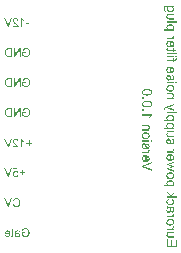
<source format=gbo>
%FSLAX33Y33*%
%MOMM*%
%LNbottom silkscreen_traces*%
%LNbottom silkscreen component fd34238b57d531db*%
G36*
G01*
X6939Y21424D02*
X6939Y21514D01*
X6665Y21514D01*
X6665Y21424D01*
X6939Y21424D01*
X6939Y21424D01*
X6254Y21206D02*
X6344Y21206D01*
X6344Y21775D01*
X6361Y21760D01*
X6381Y21744D01*
X6403Y21729D01*
X6428Y21714D01*
X6454Y21699D01*
X6478Y21687D01*
X6501Y21676D01*
X6522Y21667D01*
X6522Y21754D01*
X6486Y21772D01*
X6452Y21793D01*
X6420Y21815D01*
X6391Y21839D01*
X6365Y21864D01*
X6343Y21888D01*
X6326Y21912D01*
X6312Y21936D01*
X6254Y21936D01*
X6254Y21206D01*
X6254Y21206D01*
X5556Y21292D02*
X5556Y21206D01*
X6037Y21206D01*
X6037Y21222D01*
X6035Y21238D01*
X6031Y21253D01*
X6027Y21268D01*
X6016Y21292D01*
X6003Y21317D01*
X5987Y21341D01*
X5968Y21365D01*
X5945Y21389D01*
X5918Y21416D01*
X5887Y21445D01*
X5851Y21475D01*
X5796Y21521D01*
X5752Y21562D01*
X5716Y21598D01*
X5691Y21629D01*
X5672Y21657D01*
X5659Y21684D01*
X5652Y21711D01*
X5649Y21736D01*
X5651Y21762D01*
X5659Y21785D01*
X5670Y21807D01*
X5687Y21826D01*
X5707Y21842D01*
X5731Y21853D01*
X5757Y21860D01*
X5786Y21862D01*
X5817Y21860D01*
X5844Y21853D01*
X5868Y21841D01*
X5889Y21824D01*
X5906Y21802D01*
X5918Y21777D01*
X5926Y21749D01*
X5928Y21716D01*
X6020Y21726D01*
X6012Y21774D01*
X5998Y21816D01*
X5977Y21852D01*
X5949Y21882D01*
X5916Y21906D01*
X5877Y21923D01*
X5833Y21933D01*
X5784Y21936D01*
X5734Y21933D01*
X5690Y21922D01*
X5652Y21904D01*
X5618Y21878D01*
X5592Y21847D01*
X5573Y21813D01*
X5561Y21776D01*
X5557Y21734D01*
X5558Y21713D01*
X5562Y21691D01*
X5567Y21670D01*
X5575Y21649D01*
X5586Y21627D01*
X5599Y21605D01*
X5615Y21583D01*
X5634Y21560D01*
X5659Y21534D01*
X5690Y21504D01*
X5727Y21470D01*
X5772Y21432D01*
X5809Y21401D01*
X5838Y21375D01*
X5860Y21355D01*
X5875Y21340D01*
X5886Y21328D01*
X5896Y21316D01*
X5905Y21304D01*
X5913Y21292D01*
X5556Y21292D01*
X5556Y21292D01*
X5216Y21206D02*
X5498Y21933D01*
X5394Y21933D01*
X5205Y21405D01*
X5194Y21374D01*
X5184Y21343D01*
X5175Y21314D01*
X5167Y21286D01*
X5158Y21316D01*
X5149Y21345D01*
X5138Y21375D01*
X5128Y21405D01*
X4931Y21933D01*
X4833Y21933D01*
X5118Y21206D01*
X5216Y21206D01*
X5216Y21206D01*
X6609Y3711D02*
X6609Y3797D01*
X6301Y3797D01*
X6301Y3527D01*
X6337Y3501D01*
X6373Y3478D01*
X6410Y3458D01*
X6447Y3442D01*
X6485Y3430D01*
X6524Y3421D01*
X6563Y3415D01*
X6602Y3414D01*
X6654Y3416D01*
X6704Y3425D01*
X6752Y3439D01*
X6797Y3459D01*
X6838Y3485D01*
X6874Y3516D01*
X6904Y3551D01*
X6929Y3592D01*
X6948Y3637D01*
X6962Y3684D01*
X6971Y3734D01*
X6974Y3786D01*
X6971Y3838D01*
X6963Y3889D01*
X6949Y3937D01*
X6929Y3984D01*
X6905Y4027D01*
X6875Y4065D01*
X6841Y4096D01*
X6801Y4121D01*
X6758Y4141D01*
X6712Y4155D01*
X6662Y4163D01*
X6609Y4166D01*
X6571Y4164D01*
X6534Y4159D01*
X6500Y4151D01*
X6467Y4140D01*
X6437Y4126D01*
X6410Y4110D01*
X6387Y4091D01*
X6367Y4069D01*
X6350Y4044D01*
X6335Y4016D01*
X6322Y3985D01*
X6312Y3950D01*
X6399Y3926D01*
X6407Y3952D01*
X6417Y3976D01*
X6428Y3996D01*
X6439Y4013D01*
X6453Y4028D01*
X6469Y4042D01*
X6488Y4054D01*
X6509Y4064D01*
X6532Y4073D01*
X6556Y4079D01*
X6582Y4082D01*
X6609Y4083D01*
X6641Y4082D01*
X6670Y4078D01*
X6698Y4072D01*
X6723Y4063D01*
X6746Y4052D01*
X6767Y4040D01*
X6785Y4026D01*
X6801Y4010D01*
X6815Y3994D01*
X6827Y3976D01*
X6838Y3958D01*
X6847Y3938D01*
X6859Y3904D01*
X6867Y3868D01*
X6873Y3831D01*
X6874Y3792D01*
X6872Y3745D01*
X6866Y3703D01*
X6856Y3664D01*
X6841Y3629D01*
X6822Y3599D01*
X6800Y3572D01*
X6774Y3550D01*
X6743Y3532D01*
X6711Y3518D01*
X6677Y3508D01*
X6643Y3502D01*
X6607Y3500D01*
X6576Y3502D01*
X6546Y3506D01*
X6515Y3514D01*
X6485Y3524D01*
X6457Y3537D01*
X6433Y3549D01*
X6412Y3562D01*
X6395Y3576D01*
X6395Y3711D01*
X6609Y3711D01*
X6609Y3711D01*
X5827Y3491D02*
X5851Y3471D01*
X5855Y3469D01*
X5889Y3519D01*
X5873Y3533D01*
X5859Y3550D01*
X5848Y3568D01*
X5842Y3585D01*
X5838Y3606D01*
X5835Y3630D01*
X5834Y3658D01*
X5834Y3690D01*
X5834Y3690D01*
X5861Y3681D01*
X5895Y3672D01*
X5934Y3664D01*
X5980Y3657D01*
X6005Y3653D01*
X6027Y3648D01*
X6044Y3644D01*
X6058Y3639D01*
X6069Y3633D01*
X6078Y3627D01*
X6086Y3619D01*
X6093Y3610D01*
X6098Y3600D01*
X6102Y3590D01*
X6105Y3579D01*
X6105Y3567D01*
X6104Y3550D01*
X6099Y3535D01*
X6090Y3521D01*
X6078Y3508D01*
X6063Y3497D01*
X6045Y3490D01*
X6024Y3486D01*
X5999Y3484D01*
X5974Y3485D01*
X5951Y3490D01*
X5928Y3497D01*
X5907Y3507D01*
X5889Y3519D01*
X5855Y3469D01*
X5875Y3455D01*
X5899Y3442D01*
X5922Y3431D01*
X5945Y3424D01*
X5970Y3418D01*
X5995Y3415D01*
X6021Y3414D01*
X6061Y3417D01*
X6097Y3425D01*
X6128Y3438D01*
X6154Y3457D01*
X6174Y3479D01*
X6189Y3505D01*
X6198Y3533D01*
X6201Y3565D01*
X6200Y3584D01*
X6196Y3602D01*
X6191Y3619D01*
X6183Y3636D01*
X6174Y3651D01*
X6163Y3664D01*
X6151Y3676D01*
X6137Y3687D01*
X6122Y3696D01*
X6107Y3704D01*
X6090Y3711D01*
X6073Y3716D01*
X6058Y3720D01*
X6040Y3723D01*
X6018Y3726D01*
X5993Y3730D01*
X5943Y3736D01*
X5899Y3744D01*
X5863Y3752D01*
X5834Y3760D01*
X5834Y3769D01*
X5834Y3775D01*
X5834Y3780D01*
X5834Y3784D01*
X5835Y3809D01*
X5840Y3830D01*
X5848Y3847D01*
X5859Y3861D01*
X5878Y3874D01*
X5901Y3883D01*
X5929Y3889D01*
X5961Y3891D01*
X5990Y3889D01*
X6015Y3885D01*
X6037Y3878D01*
X6054Y3869D01*
X6068Y3856D01*
X6080Y3838D01*
X6090Y3817D01*
X6098Y3791D01*
X6185Y3803D01*
X6178Y3829D01*
X6170Y3853D01*
X6159Y3874D01*
X6146Y3893D01*
X6131Y3909D01*
X6113Y3924D01*
X6092Y3936D01*
X6067Y3946D01*
X6040Y3954D01*
X6012Y3960D01*
X5981Y3964D01*
X5948Y3965D01*
X5916Y3964D01*
X5887Y3961D01*
X5861Y3956D01*
X5838Y3949D01*
X5818Y3940D01*
X5801Y3931D01*
X5787Y3920D01*
X5776Y3909D01*
X5767Y3896D01*
X5759Y3882D01*
X5753Y3866D01*
X5748Y3848D01*
X5746Y3834D01*
X5745Y3816D01*
X5744Y3793D01*
X5744Y3766D01*
X5744Y3647D01*
X5743Y3590D01*
X5742Y3545D01*
X5741Y3511D01*
X5738Y3489D01*
X5735Y3473D01*
X5730Y3457D01*
X5723Y3441D01*
X5715Y3426D01*
X5809Y3426D01*
X5815Y3440D01*
X5820Y3456D01*
X5824Y3473D01*
X5827Y3491D01*
X5827Y3491D01*
X5410Y3506D02*
X5397Y3427D01*
X5416Y3424D01*
X5433Y3421D01*
X5450Y3420D01*
X5465Y3419D01*
X5488Y3420D01*
X5508Y3423D01*
X5526Y3428D01*
X5540Y3434D01*
X5553Y3443D01*
X5563Y3452D01*
X5572Y3463D01*
X5578Y3475D01*
X5583Y3491D01*
X5586Y3514D01*
X5588Y3544D01*
X5589Y3580D01*
X5589Y3883D01*
X5654Y3883D01*
X5654Y3953D01*
X5589Y3953D01*
X5589Y4083D01*
X5500Y4137D01*
X5500Y3953D01*
X5410Y3953D01*
X5410Y3883D01*
X5500Y3883D01*
X5500Y3575D01*
X5500Y3558D01*
X5499Y3544D01*
X5498Y3533D01*
X5495Y3526D01*
X5493Y3521D01*
X5489Y3516D01*
X5485Y3512D01*
X5480Y3509D01*
X5474Y3506D01*
X5467Y3504D01*
X5459Y3503D01*
X5450Y3502D01*
X5442Y3503D01*
X5432Y3503D01*
X5422Y3504D01*
X5410Y3506D01*
X5410Y3506D01*
X4962Y3596D02*
X4870Y3584D01*
X4883Y3546D01*
X4901Y3512D01*
X4924Y3483D01*
X4951Y3459D01*
X4983Y3439D01*
X5018Y3425D01*
X5058Y3417D01*
X5102Y3414D01*
X5157Y3419D01*
X5205Y3432D01*
X5248Y3454D01*
X5285Y3485D01*
X5315Y3524D01*
X5336Y3571D01*
X5349Y3624D01*
X5353Y3685D01*
X5349Y3748D01*
X5336Y3803D01*
X5314Y3851D01*
X5284Y3891D01*
X5248Y3923D01*
X5206Y3946D01*
X5159Y3960D01*
X5107Y3965D01*
X5099Y3964D01*
X5106Y3891D01*
X5135Y3889D01*
X5162Y3881D01*
X5187Y3868D01*
X5209Y3850D01*
X5228Y3828D01*
X5242Y3802D01*
X5251Y3773D01*
X5256Y3740D01*
X5256Y3740D01*
X4961Y3740D01*
X4966Y3771D01*
X4973Y3798D01*
X4983Y3821D01*
X4995Y3840D01*
X5018Y3862D01*
X5044Y3878D01*
X5073Y3888D01*
X5106Y3891D01*
X5099Y3964D01*
X5056Y3960D01*
X5011Y3947D01*
X4970Y3924D01*
X4934Y3893D01*
X4905Y3853D01*
X4884Y3806D01*
X4871Y3752D01*
X4867Y3690D01*
X4867Y3686D01*
X4867Y3680D01*
X4867Y3674D01*
X4868Y3667D01*
X5261Y3667D01*
X5256Y3626D01*
X5246Y3590D01*
X5231Y3559D01*
X5211Y3534D01*
X5188Y3513D01*
X5162Y3499D01*
X5133Y3490D01*
X5101Y3488D01*
X5078Y3489D01*
X5056Y3494D01*
X5036Y3502D01*
X5017Y3513D01*
X5001Y3528D01*
X4986Y3547D01*
X4973Y3569D01*
X4962Y3596D01*
X4962Y3596D01*
X5639Y6221D02*
X5543Y6197D01*
X5561Y6141D01*
X5585Y6092D01*
X5615Y6051D01*
X5652Y6016D01*
X5693Y5989D01*
X5739Y5969D01*
X5789Y5957D01*
X5844Y5954D01*
X5900Y5957D01*
X5951Y5966D01*
X5996Y5981D01*
X6035Y6001D01*
X6070Y6028D01*
X6100Y6060D01*
X6126Y6097D01*
X6147Y6140D01*
X6164Y6186D01*
X6176Y6234D01*
X6183Y6284D01*
X6186Y6335D01*
X6183Y6390D01*
X6175Y6441D01*
X6161Y6489D01*
X6142Y6533D01*
X6118Y6573D01*
X6090Y6608D01*
X6057Y6637D01*
X6019Y6662D01*
X5978Y6681D01*
X5935Y6695D01*
X5890Y6703D01*
X5843Y6706D01*
X5790Y6702D01*
X5742Y6692D01*
X5698Y6674D01*
X5659Y6650D01*
X5625Y6620D01*
X5596Y6583D01*
X5573Y6541D01*
X5555Y6494D01*
X5650Y6472D01*
X5664Y6509D01*
X5681Y6540D01*
X5701Y6566D01*
X5723Y6587D01*
X5749Y6603D01*
X5778Y6614D01*
X5810Y6621D01*
X5844Y6623D01*
X5885Y6621D01*
X5921Y6613D01*
X5955Y6601D01*
X5985Y6583D01*
X6011Y6561D01*
X6033Y6536D01*
X6050Y6507D01*
X6064Y6475D01*
X6074Y6441D01*
X6081Y6406D01*
X6085Y6371D01*
X6087Y6336D01*
X6085Y6291D01*
X6080Y6249D01*
X6071Y6210D01*
X6060Y6174D01*
X6044Y6141D01*
X6025Y6113D01*
X6002Y6089D01*
X5975Y6070D01*
X5946Y6055D01*
X5916Y6045D01*
X5885Y6038D01*
X5852Y6036D01*
X5813Y6039D01*
X5777Y6048D01*
X5745Y6062D01*
X5715Y6083D01*
X5689Y6109D01*
X5668Y6141D01*
X5651Y6178D01*
X5639Y6221D01*
X5639Y6221D01*
X5216Y5966D02*
X5498Y6693D01*
X5394Y6693D01*
X5205Y6165D01*
X5194Y6134D01*
X5184Y6103D01*
X5175Y6074D01*
X5167Y6046D01*
X5158Y6076D01*
X5149Y6105D01*
X5138Y6135D01*
X5128Y6165D01*
X4931Y6693D01*
X4833Y6693D01*
X5118Y5966D01*
X5216Y5966D01*
X5216Y5966D01*
X6664Y18951D02*
X6664Y19037D01*
X6356Y19037D01*
X6356Y18767D01*
X6392Y18741D01*
X6428Y18718D01*
X6465Y18698D01*
X6502Y18682D01*
X6540Y18670D01*
X6579Y18661D01*
X6618Y18655D01*
X6657Y18654D01*
X6709Y18656D01*
X6759Y18665D01*
X6807Y18679D01*
X6852Y18699D01*
X6893Y18725D01*
X6929Y18756D01*
X6959Y18791D01*
X6984Y18832D01*
X7004Y18877D01*
X7018Y18924D01*
X7026Y18974D01*
X7029Y19026D01*
X7026Y19078D01*
X7018Y19129D01*
X7004Y19177D01*
X6984Y19224D01*
X6960Y19267D01*
X6930Y19305D01*
X6896Y19336D01*
X6857Y19361D01*
X6813Y19381D01*
X6767Y19395D01*
X6717Y19403D01*
X6665Y19406D01*
X6626Y19404D01*
X6589Y19399D01*
X6555Y19391D01*
X6522Y19380D01*
X6492Y19366D01*
X6465Y19350D01*
X6442Y19331D01*
X6422Y19309D01*
X6405Y19284D01*
X6390Y19256D01*
X6377Y19225D01*
X6367Y19190D01*
X6454Y19166D01*
X6462Y19192D01*
X6472Y19216D01*
X6483Y19236D01*
X6494Y19253D01*
X6508Y19268D01*
X6524Y19282D01*
X6543Y19294D01*
X6564Y19304D01*
X6587Y19313D01*
X6611Y19319D01*
X6637Y19322D01*
X6664Y19323D01*
X6696Y19322D01*
X6726Y19318D01*
X6753Y19312D01*
X6778Y19303D01*
X6801Y19292D01*
X6822Y19280D01*
X6840Y19266D01*
X6856Y19250D01*
X6870Y19234D01*
X6882Y19216D01*
X6893Y19198D01*
X6902Y19178D01*
X6914Y19144D01*
X6923Y19108D01*
X6928Y19071D01*
X6929Y19032D01*
X6927Y18985D01*
X6921Y18943D01*
X6911Y18904D01*
X6896Y18869D01*
X6877Y18839D01*
X6855Y18812D01*
X6829Y18790D01*
X6798Y18772D01*
X6766Y18758D01*
X6733Y18748D01*
X6698Y18742D01*
X6663Y18740D01*
X6632Y18742D01*
X6601Y18746D01*
X6570Y18754D01*
X6541Y18764D01*
X6513Y18777D01*
X6488Y18789D01*
X6467Y18802D01*
X6450Y18816D01*
X6450Y18951D01*
X6664Y18951D01*
X6664Y18951D01*
X6215Y18666D02*
X6215Y19393D01*
X6116Y19393D01*
X5734Y18822D01*
X5734Y19393D01*
X5642Y19393D01*
X5642Y18666D01*
X5741Y18666D01*
X6123Y19238D01*
X6123Y18666D01*
X6215Y18666D01*
X6215Y18666D01*
X5480Y18666D02*
X5480Y19393D01*
X5231Y19393D01*
X5231Y19307D01*
X5384Y19307D01*
X5384Y18752D01*
X5384Y18752D01*
X5229Y18752D01*
X5195Y18753D01*
X5165Y18755D01*
X5138Y18759D01*
X5116Y18765D01*
X5097Y18773D01*
X5079Y18781D01*
X5064Y18791D01*
X5051Y18803D01*
X5035Y18822D01*
X5020Y18843D01*
X5008Y18868D01*
X4997Y18895D01*
X4989Y18925D01*
X4983Y18959D01*
X4979Y18995D01*
X4978Y19035D01*
X4981Y19089D01*
X4988Y19136D01*
X4999Y19177D01*
X5016Y19210D01*
X5035Y19239D01*
X5057Y19262D01*
X5081Y19280D01*
X5107Y19293D01*
X5129Y19299D01*
X5157Y19304D01*
X5191Y19307D01*
X5231Y19307D01*
X5231Y19393D01*
X5230Y19393D01*
X5190Y19393D01*
X5155Y19391D01*
X5125Y19387D01*
X5100Y19383D01*
X5070Y19374D01*
X5042Y19363D01*
X5017Y19348D01*
X4994Y19331D01*
X4967Y19305D01*
X4943Y19275D01*
X4924Y19243D01*
X4908Y19206D01*
X4895Y19167D01*
X4886Y19125D01*
X4881Y19081D01*
X4879Y19034D01*
X4880Y18993D01*
X4884Y18955D01*
X4890Y18920D01*
X4898Y18887D01*
X4909Y18856D01*
X4921Y18828D01*
X4934Y18803D01*
X4948Y18781D01*
X4964Y18761D01*
X4980Y18743D01*
X4997Y18728D01*
X5014Y18715D01*
X5033Y18704D01*
X5054Y18694D01*
X5077Y18685D01*
X5101Y18678D01*
X5127Y18673D01*
X5156Y18669D01*
X5186Y18667D01*
X5218Y18666D01*
X5480Y18666D01*
X5480Y18666D01*
X6664Y16411D02*
X6664Y16497D01*
X6356Y16497D01*
X6356Y16227D01*
X6392Y16201D01*
X6428Y16178D01*
X6465Y16158D01*
X6502Y16142D01*
X6540Y16130D01*
X6579Y16121D01*
X6618Y16115D01*
X6657Y16114D01*
X6709Y16116D01*
X6759Y16125D01*
X6807Y16139D01*
X6852Y16159D01*
X6893Y16185D01*
X6929Y16216D01*
X6959Y16251D01*
X6984Y16292D01*
X7004Y16337D01*
X7018Y16384D01*
X7026Y16434D01*
X7029Y16486D01*
X7026Y16538D01*
X7018Y16589D01*
X7004Y16637D01*
X6984Y16684D01*
X6960Y16727D01*
X6930Y16765D01*
X6896Y16796D01*
X6857Y16821D01*
X6813Y16841D01*
X6767Y16855D01*
X6717Y16863D01*
X6665Y16866D01*
X6626Y16864D01*
X6589Y16859D01*
X6555Y16851D01*
X6522Y16840D01*
X6492Y16826D01*
X6465Y16810D01*
X6442Y16791D01*
X6422Y16769D01*
X6405Y16744D01*
X6390Y16716D01*
X6377Y16685D01*
X6367Y16650D01*
X6454Y16626D01*
X6462Y16652D01*
X6472Y16676D01*
X6483Y16696D01*
X6494Y16713D01*
X6508Y16728D01*
X6524Y16742D01*
X6543Y16754D01*
X6564Y16764D01*
X6587Y16773D01*
X6611Y16779D01*
X6637Y16782D01*
X6664Y16783D01*
X6696Y16782D01*
X6726Y16778D01*
X6753Y16772D01*
X6778Y16763D01*
X6801Y16752D01*
X6822Y16740D01*
X6840Y16726D01*
X6856Y16710D01*
X6870Y16694D01*
X6882Y16676D01*
X6893Y16658D01*
X6902Y16638D01*
X6914Y16604D01*
X6923Y16568D01*
X6928Y16531D01*
X6929Y16492D01*
X6927Y16445D01*
X6921Y16403D01*
X6911Y16364D01*
X6896Y16329D01*
X6877Y16299D01*
X6855Y16272D01*
X6829Y16250D01*
X6798Y16232D01*
X6766Y16218D01*
X6733Y16208D01*
X6698Y16202D01*
X6663Y16200D01*
X6632Y16202D01*
X6601Y16206D01*
X6570Y16214D01*
X6541Y16224D01*
X6513Y16237D01*
X6488Y16249D01*
X6467Y16262D01*
X6450Y16276D01*
X6450Y16411D01*
X6664Y16411D01*
X6664Y16411D01*
X6215Y16126D02*
X6215Y16853D01*
X6116Y16853D01*
X5734Y16282D01*
X5734Y16853D01*
X5642Y16853D01*
X5642Y16126D01*
X5741Y16126D01*
X6123Y16698D01*
X6123Y16126D01*
X6215Y16126D01*
X6215Y16126D01*
X5480Y16126D02*
X5480Y16853D01*
X5231Y16853D01*
X5231Y16767D01*
X5384Y16767D01*
X5384Y16212D01*
X5384Y16212D01*
X5229Y16212D01*
X5195Y16213D01*
X5165Y16215D01*
X5138Y16219D01*
X5116Y16225D01*
X5097Y16233D01*
X5079Y16241D01*
X5064Y16251D01*
X5051Y16263D01*
X5035Y16282D01*
X5020Y16303D01*
X5008Y16328D01*
X4997Y16355D01*
X4989Y16385D01*
X4983Y16419D01*
X4979Y16455D01*
X4978Y16495D01*
X4981Y16549D01*
X4988Y16596D01*
X4999Y16637D01*
X5016Y16670D01*
X5035Y16699D01*
X5057Y16722D01*
X5081Y16740D01*
X5107Y16753D01*
X5129Y16759D01*
X5157Y16764D01*
X5191Y16767D01*
X5231Y16767D01*
X5231Y16853D01*
X5230Y16853D01*
X5190Y16853D01*
X5155Y16851D01*
X5125Y16847D01*
X5100Y16843D01*
X5070Y16834D01*
X5042Y16823D01*
X5017Y16808D01*
X4994Y16791D01*
X4967Y16765D01*
X4943Y16735D01*
X4924Y16703D01*
X4908Y16666D01*
X4895Y16627D01*
X4886Y16585D01*
X4881Y16541D01*
X4879Y16494D01*
X4880Y16453D01*
X4884Y16415D01*
X4890Y16380D01*
X4898Y16347D01*
X4909Y16316D01*
X4921Y16288D01*
X4934Y16263D01*
X4948Y16241D01*
X4964Y16221D01*
X4980Y16203D01*
X4997Y16188D01*
X5014Y16175D01*
X5033Y16164D01*
X5054Y16154D01*
X5077Y16145D01*
X5101Y16138D01*
X5127Y16133D01*
X5156Y16129D01*
X5186Y16127D01*
X5218Y16126D01*
X5480Y16126D01*
X5480Y16126D01*
X6664Y13871D02*
X6664Y13957D01*
X6356Y13957D01*
X6356Y13687D01*
X6392Y13661D01*
X6428Y13638D01*
X6465Y13618D01*
X6502Y13602D01*
X6540Y13590D01*
X6579Y13581D01*
X6618Y13575D01*
X6657Y13574D01*
X6709Y13576D01*
X6759Y13585D01*
X6807Y13599D01*
X6852Y13619D01*
X6893Y13645D01*
X6929Y13676D01*
X6959Y13711D01*
X6984Y13752D01*
X7004Y13797D01*
X7018Y13844D01*
X7026Y13894D01*
X7029Y13946D01*
X7026Y13998D01*
X7018Y14049D01*
X7004Y14097D01*
X6984Y14144D01*
X6960Y14187D01*
X6930Y14225D01*
X6896Y14256D01*
X6857Y14281D01*
X6813Y14301D01*
X6767Y14315D01*
X6717Y14323D01*
X6665Y14326D01*
X6626Y14324D01*
X6589Y14319D01*
X6555Y14311D01*
X6522Y14300D01*
X6492Y14286D01*
X6465Y14270D01*
X6442Y14251D01*
X6422Y14229D01*
X6405Y14204D01*
X6390Y14176D01*
X6377Y14145D01*
X6367Y14110D01*
X6454Y14086D01*
X6462Y14112D01*
X6472Y14136D01*
X6483Y14156D01*
X6494Y14173D01*
X6508Y14188D01*
X6524Y14202D01*
X6543Y14214D01*
X6564Y14224D01*
X6587Y14233D01*
X6611Y14239D01*
X6637Y14242D01*
X6664Y14243D01*
X6696Y14242D01*
X6726Y14238D01*
X6753Y14232D01*
X6778Y14223D01*
X6801Y14212D01*
X6822Y14200D01*
X6840Y14186D01*
X6856Y14170D01*
X6870Y14154D01*
X6882Y14136D01*
X6893Y14118D01*
X6902Y14098D01*
X6914Y14064D01*
X6923Y14028D01*
X6928Y13991D01*
X6929Y13952D01*
X6927Y13905D01*
X6921Y13863D01*
X6911Y13824D01*
X6896Y13789D01*
X6877Y13759D01*
X6855Y13732D01*
X6829Y13710D01*
X6798Y13692D01*
X6766Y13678D01*
X6733Y13668D01*
X6698Y13662D01*
X6663Y13660D01*
X6632Y13662D01*
X6601Y13666D01*
X6570Y13674D01*
X6541Y13684D01*
X6513Y13697D01*
X6488Y13709D01*
X6467Y13722D01*
X6450Y13736D01*
X6450Y13871D01*
X6664Y13871D01*
X6664Y13871D01*
X6215Y13586D02*
X6215Y14313D01*
X6116Y14313D01*
X5734Y13742D01*
X5734Y14313D01*
X5642Y14313D01*
X5642Y13586D01*
X5741Y13586D01*
X6123Y14158D01*
X6123Y13586D01*
X6215Y13586D01*
X6215Y13586D01*
X5480Y13586D02*
X5480Y14313D01*
X5231Y14313D01*
X5231Y14227D01*
X5384Y14227D01*
X5384Y13672D01*
X5384Y13672D01*
X5229Y13672D01*
X5195Y13673D01*
X5165Y13675D01*
X5138Y13679D01*
X5116Y13685D01*
X5097Y13693D01*
X5079Y13701D01*
X5064Y13711D01*
X5051Y13723D01*
X5035Y13742D01*
X5020Y13763D01*
X5008Y13788D01*
X4997Y13815D01*
X4989Y13845D01*
X4983Y13879D01*
X4979Y13915D01*
X4978Y13955D01*
X4981Y14009D01*
X4988Y14056D01*
X4999Y14097D01*
X5016Y14130D01*
X5035Y14159D01*
X5057Y14182D01*
X5081Y14200D01*
X5107Y14213D01*
X5129Y14219D01*
X5157Y14224D01*
X5191Y14227D01*
X5231Y14227D01*
X5231Y14313D01*
X5230Y14313D01*
X5190Y14313D01*
X5155Y14311D01*
X5125Y14307D01*
X5100Y14303D01*
X5070Y14294D01*
X5042Y14283D01*
X5017Y14268D01*
X4994Y14251D01*
X4967Y14225D01*
X4943Y14195D01*
X4924Y14163D01*
X4908Y14126D01*
X4895Y14087D01*
X4886Y14045D01*
X4881Y14001D01*
X4879Y13954D01*
X4880Y13913D01*
X4884Y13875D01*
X4890Y13840D01*
X4898Y13807D01*
X4909Y13776D01*
X4921Y13748D01*
X4934Y13723D01*
X4948Y13701D01*
X4964Y13681D01*
X4980Y13663D01*
X4997Y13648D01*
X5014Y13635D01*
X5033Y13624D01*
X5054Y13614D01*
X5077Y13605D01*
X5101Y13598D01*
X5127Y13593D01*
X5156Y13589D01*
X5186Y13587D01*
X5218Y13586D01*
X5480Y13586D01*
X5480Y13586D01*
X6972Y11110D02*
X6972Y11309D01*
X7170Y11309D01*
X7170Y11392D01*
X6972Y11392D01*
X6972Y11590D01*
X6887Y11590D01*
X6887Y11392D01*
X6689Y11392D01*
X6689Y11309D01*
X6887Y11309D01*
X6887Y11110D01*
X6972Y11110D01*
X6972Y11110D01*
X6254Y10992D02*
X6344Y10992D01*
X6344Y11561D01*
X6361Y11546D01*
X6381Y11530D01*
X6403Y11515D01*
X6428Y11500D01*
X6454Y11485D01*
X6478Y11473D01*
X6501Y11462D01*
X6522Y11453D01*
X6522Y11540D01*
X6486Y11558D01*
X6452Y11579D01*
X6420Y11601D01*
X6391Y11625D01*
X6365Y11650D01*
X6343Y11674D01*
X6326Y11698D01*
X6312Y11722D01*
X6254Y11722D01*
X6254Y10992D01*
X6254Y10992D01*
X5556Y11078D02*
X5556Y10992D01*
X6037Y10992D01*
X6037Y11008D01*
X6035Y11024D01*
X6031Y11039D01*
X6027Y11054D01*
X6016Y11078D01*
X6003Y11103D01*
X5987Y11127D01*
X5968Y11151D01*
X5945Y11175D01*
X5918Y11202D01*
X5887Y11231D01*
X5851Y11261D01*
X5796Y11307D01*
X5752Y11348D01*
X5716Y11384D01*
X5691Y11415D01*
X5672Y11443D01*
X5659Y11470D01*
X5652Y11497D01*
X5649Y11522D01*
X5651Y11548D01*
X5659Y11571D01*
X5670Y11593D01*
X5687Y11612D01*
X5707Y11628D01*
X5731Y11639D01*
X5757Y11646D01*
X5786Y11648D01*
X5817Y11646D01*
X5844Y11639D01*
X5868Y11627D01*
X5889Y11610D01*
X5906Y11588D01*
X5918Y11563D01*
X5926Y11535D01*
X5928Y11502D01*
X6020Y11512D01*
X6012Y11560D01*
X5998Y11602D01*
X5977Y11638D01*
X5949Y11668D01*
X5916Y11692D01*
X5877Y11709D01*
X5833Y11719D01*
X5784Y11722D01*
X5734Y11719D01*
X5690Y11708D01*
X5652Y11690D01*
X5618Y11664D01*
X5592Y11633D01*
X5573Y11599D01*
X5561Y11562D01*
X5557Y11520D01*
X5558Y11499D01*
X5562Y11477D01*
X5567Y11456D01*
X5575Y11435D01*
X5586Y11413D01*
X5599Y11391D01*
X5615Y11369D01*
X5634Y11346D01*
X5659Y11320D01*
X5690Y11290D01*
X5727Y11256D01*
X5772Y11218D01*
X5809Y11187D01*
X5838Y11161D01*
X5860Y11141D01*
X5875Y11126D01*
X5886Y11114D01*
X5896Y11102D01*
X5905Y11090D01*
X5913Y11078D01*
X5556Y11078D01*
X5556Y11078D01*
X5216Y10992D02*
X5498Y11719D01*
X5394Y11719D01*
X5205Y11191D01*
X5194Y11160D01*
X5184Y11129D01*
X5175Y11100D01*
X5167Y11072D01*
X5158Y11102D01*
X5149Y11131D01*
X5138Y11161D01*
X5128Y11191D01*
X4931Y11719D01*
X4833Y11719D01*
X5118Y10992D01*
X5216Y10992D01*
X5216Y10992D01*
X6407Y8624D02*
X6407Y8823D01*
X6605Y8823D01*
X6605Y8906D01*
X6407Y8906D01*
X6407Y9104D01*
X6322Y9104D01*
X6322Y8906D01*
X6124Y8906D01*
X6124Y8823D01*
X6322Y8823D01*
X6322Y8624D01*
X6407Y8624D01*
X6407Y8624D01*
X6026Y8697D02*
X5932Y8704D01*
X5925Y8672D01*
X5915Y8644D01*
X5901Y8621D01*
X5883Y8601D01*
X5863Y8586D01*
X5842Y8576D01*
X5818Y8569D01*
X5792Y8567D01*
X5761Y8570D01*
X5732Y8579D01*
X5706Y8594D01*
X5683Y8616D01*
X5663Y8642D01*
X5649Y8672D01*
X5641Y8706D01*
X5638Y8745D01*
X5641Y8781D01*
X5649Y8813D01*
X5662Y8841D01*
X5681Y8865D01*
X5704Y8884D01*
X5731Y8898D01*
X5760Y8907D01*
X5793Y8909D01*
X5814Y8908D01*
X5834Y8904D01*
X5853Y8898D01*
X5871Y8890D01*
X5888Y8879D01*
X5902Y8867D01*
X5915Y8854D01*
X5926Y8839D01*
X6010Y8850D01*
X5939Y9223D01*
X5578Y9223D01*
X5578Y9138D01*
X5868Y9138D01*
X5907Y8943D01*
X5874Y8963D01*
X5840Y8977D01*
X5805Y8985D01*
X5770Y8988D01*
X5724Y8984D01*
X5682Y8972D01*
X5643Y8951D01*
X5609Y8922D01*
X5580Y8887D01*
X5560Y8847D01*
X5547Y8802D01*
X5543Y8753D01*
X5547Y8705D01*
X5558Y8661D01*
X5576Y8620D01*
X5601Y8582D01*
X5639Y8543D01*
X5684Y8516D01*
X5735Y8499D01*
X5792Y8494D01*
X5839Y8497D01*
X5882Y8507D01*
X5920Y8525D01*
X5954Y8549D01*
X5982Y8579D01*
X6003Y8614D01*
X6018Y8653D01*
X6026Y8697D01*
X6026Y8697D01*
X5216Y8506D02*
X5498Y9233D01*
X5394Y9233D01*
X5205Y8705D01*
X5194Y8674D01*
X5184Y8643D01*
X5175Y8614D01*
X5167Y8586D01*
X5158Y8616D01*
X5149Y8645D01*
X5138Y8675D01*
X5128Y8705D01*
X4931Y9233D01*
X4833Y9233D01*
X5118Y8506D01*
X5216Y8506D01*
X5216Y8506D01*
G37*
%LNtext*%
G36*
X18569Y2565D02*
X19428Y2565D01*
X19428Y3186D01*
X19327Y3186D01*
X19327Y2679D01*
X19064Y2679D01*
X19064Y3154D01*
X18963Y3154D01*
X18963Y2679D01*
X18671Y2679D01*
X18671Y3206D01*
X18569Y3206D01*
X18569Y2565D01*
X18569Y2565D01*
X18569Y3757D02*
X18661Y3757D01*
X18615Y3718D01*
X18582Y3672D01*
X18562Y3619D01*
X18555Y3560D01*
X18557Y3533D01*
X18561Y3507D01*
X18567Y3482D01*
X18576Y3457D01*
X18588Y3435D01*
X18600Y3416D01*
X18614Y3399D01*
X18630Y3386D01*
X18646Y3376D01*
X18665Y3367D01*
X18685Y3359D01*
X18708Y3354D01*
X18726Y3351D01*
X18748Y3349D01*
X18775Y3348D01*
X18806Y3347D01*
X19192Y3347D01*
X19192Y3453D01*
X18847Y3453D01*
X18809Y3453D01*
X18777Y3454D01*
X18753Y3456D01*
X18735Y3459D01*
X18716Y3466D01*
X18698Y3475D01*
X18683Y3487D01*
X18670Y3501D01*
X18660Y3518D01*
X18652Y3537D01*
X18648Y3558D01*
X18646Y3581D01*
X18648Y3604D01*
X18652Y3627D01*
X18660Y3649D01*
X18671Y3670D01*
X18684Y3689D01*
X18699Y3706D01*
X18717Y3719D01*
X18737Y3729D01*
X18760Y3737D01*
X18788Y3742D01*
X18821Y3745D01*
X18858Y3746D01*
X19192Y3746D01*
X19192Y3852D01*
X18569Y3852D01*
X18569Y3757D01*
X18569Y3757D01*
X18569Y4016D02*
X19192Y4016D01*
X19192Y4111D01*
X19097Y4111D01*
X19128Y4129D01*
X19152Y4146D01*
X19171Y4162D01*
X19185Y4178D01*
X19194Y4194D01*
X19201Y4210D01*
X19204Y4227D01*
X19206Y4246D01*
X19204Y4272D01*
X19197Y4299D01*
X19187Y4327D01*
X19172Y4354D01*
X19074Y4318D01*
X19084Y4298D01*
X19091Y4279D01*
X19095Y4260D01*
X19097Y4240D01*
X19096Y4223D01*
X19092Y4207D01*
X19085Y4192D01*
X19076Y4178D01*
X19065Y4165D01*
X19051Y4155D01*
X19036Y4146D01*
X19018Y4139D01*
X18990Y4131D01*
X18959Y4126D01*
X18928Y4122D01*
X18895Y4121D01*
X18569Y4121D01*
X18569Y4016D01*
X18569Y4016D01*
X18881Y4377D02*
X18961Y4383D01*
X19031Y4401D01*
X19089Y4431D01*
X19137Y4473D01*
X19167Y4516D01*
X19189Y4563D01*
X19201Y4614D01*
X19206Y4669D01*
X19201Y4730D01*
X19185Y4786D01*
X19158Y4835D01*
X19122Y4879D01*
X19076Y4915D01*
X19022Y4940D01*
X18959Y4955D01*
X18889Y4960D01*
X18833Y4958D01*
X18782Y4951D01*
X18738Y4940D01*
X18700Y4924D01*
X18668Y4904D01*
X18639Y4880D01*
X18614Y4852D01*
X18593Y4819D01*
X18577Y4784D01*
X18565Y4747D01*
X18558Y4709D01*
X18555Y4669D01*
X18556Y4662D01*
X18642Y4669D01*
X18646Y4707D01*
X18657Y4741D01*
X18676Y4772D01*
X18702Y4800D01*
X18736Y4823D01*
X18777Y4839D01*
X18827Y4849D01*
X18884Y4852D01*
X18938Y4849D01*
X18986Y4839D01*
X19026Y4822D01*
X19059Y4800D01*
X19085Y4772D01*
X19104Y4741D01*
X19115Y4707D01*
X19118Y4669D01*
X19115Y4631D01*
X19104Y4597D01*
X19085Y4566D01*
X19059Y4538D01*
X19026Y4515D01*
X18985Y4499D01*
X18937Y4489D01*
X18881Y4486D01*
X18881Y4486D01*
X18825Y4489D01*
X18776Y4499D01*
X18735Y4515D01*
X18702Y4538D01*
X18676Y4566D01*
X18657Y4597D01*
X18646Y4631D01*
X18642Y4669D01*
X18556Y4662D01*
X18561Y4607D01*
X18576Y4551D01*
X18603Y4501D01*
X18639Y4458D01*
X18686Y4423D01*
X18741Y4398D01*
X18806Y4382D01*
X18881Y4377D01*
X18881Y4377D01*
X18569Y5083D02*
X19192Y5083D01*
X19192Y5178D01*
X19097Y5178D01*
X19128Y5196D01*
X19152Y5213D01*
X19171Y5229D01*
X19185Y5245D01*
X19194Y5261D01*
X19201Y5277D01*
X19204Y5294D01*
X19206Y5313D01*
X19204Y5339D01*
X19197Y5366D01*
X19187Y5394D01*
X19172Y5421D01*
X19074Y5385D01*
X19084Y5365D01*
X19091Y5346D01*
X19095Y5327D01*
X19097Y5307D01*
X19096Y5290D01*
X19092Y5274D01*
X19085Y5259D01*
X19076Y5245D01*
X19065Y5232D01*
X19051Y5222D01*
X19036Y5213D01*
X19018Y5206D01*
X18990Y5198D01*
X18959Y5193D01*
X18928Y5189D01*
X18895Y5188D01*
X18569Y5188D01*
X18569Y5083D01*
X18569Y5083D01*
X18646Y5890D02*
X18623Y5861D01*
X18620Y5856D01*
X18679Y5816D01*
X18696Y5835D01*
X18716Y5851D01*
X18738Y5864D01*
X18758Y5871D01*
X18782Y5877D01*
X18810Y5880D01*
X18843Y5881D01*
X18882Y5881D01*
X18882Y5881D01*
X18870Y5849D01*
X18860Y5809D01*
X18851Y5762D01*
X18842Y5709D01*
X18837Y5678D01*
X18832Y5653D01*
X18827Y5632D01*
X18821Y5617D01*
X18814Y5604D01*
X18806Y5593D01*
X18797Y5583D01*
X18787Y5575D01*
X18775Y5569D01*
X18763Y5564D01*
X18750Y5561D01*
X18736Y5560D01*
X18716Y5562D01*
X18698Y5568D01*
X18681Y5578D01*
X18666Y5592D01*
X18654Y5610D01*
X18645Y5632D01*
X18640Y5657D01*
X18638Y5686D01*
X18640Y5715D01*
X18645Y5743D01*
X18653Y5770D01*
X18665Y5794D01*
X18679Y5816D01*
X18620Y5856D01*
X18604Y5832D01*
X18588Y5804D01*
X18576Y5777D01*
X18567Y5749D01*
X18561Y5721D01*
X18557Y5691D01*
X18555Y5661D01*
X18559Y5612D01*
X18568Y5570D01*
X18584Y5533D01*
X18605Y5503D01*
X18632Y5479D01*
X18663Y5462D01*
X18696Y5451D01*
X18734Y5448D01*
X18756Y5449D01*
X18777Y5453D01*
X18798Y5460D01*
X18817Y5469D01*
X18835Y5480D01*
X18851Y5493D01*
X18865Y5507D01*
X18878Y5523D01*
X18888Y5541D01*
X18898Y5559D01*
X18906Y5578D01*
X18912Y5599D01*
X18916Y5617D01*
X18920Y5638D01*
X18924Y5663D01*
X18928Y5693D01*
X18936Y5752D01*
X18945Y5804D01*
X18954Y5847D01*
X18964Y5881D01*
X18974Y5881D01*
X18982Y5881D01*
X18988Y5881D01*
X18992Y5881D01*
X19022Y5880D01*
X19047Y5874D01*
X19067Y5865D01*
X19083Y5852D01*
X19098Y5829D01*
X19110Y5801D01*
X19116Y5769D01*
X19118Y5731D01*
X19117Y5697D01*
X19112Y5667D01*
X19104Y5642D01*
X19092Y5622D01*
X19077Y5605D01*
X19056Y5591D01*
X19031Y5579D01*
X19000Y5569D01*
X19014Y5466D01*
X19046Y5474D01*
X19074Y5485D01*
X19099Y5497D01*
X19121Y5512D01*
X19140Y5530D01*
X19157Y5552D01*
X19172Y5577D01*
X19184Y5606D01*
X19193Y5637D01*
X19200Y5671D01*
X19204Y5708D01*
X19206Y5747D01*
X19205Y5785D01*
X19201Y5819D01*
X19195Y5849D01*
X19187Y5876D01*
X19177Y5899D01*
X19166Y5919D01*
X19153Y5936D01*
X19140Y5949D01*
X19125Y5960D01*
X19108Y5969D01*
X19089Y5977D01*
X19068Y5982D01*
X19052Y5985D01*
X19030Y5986D01*
X19003Y5987D01*
X18971Y5988D01*
X18830Y5988D01*
X18763Y5988D01*
X18710Y5989D01*
X18670Y5991D01*
X18644Y5994D01*
X18625Y5998D01*
X18606Y6004D01*
X18588Y6012D01*
X18569Y6021D01*
X18569Y5911D01*
X18587Y5903D01*
X18605Y5897D01*
X18625Y5893D01*
X18646Y5890D01*
X18646Y5890D01*
X18797Y6557D02*
X18784Y6661D01*
X18733Y6649D01*
X18688Y6631D01*
X18649Y6605D01*
X18616Y6574D01*
X18590Y6537D01*
X18571Y6496D01*
X18559Y6451D01*
X18555Y6402D01*
X18561Y6341D01*
X18576Y6287D01*
X18602Y6238D01*
X18639Y6196D01*
X18685Y6162D01*
X18740Y6138D01*
X18805Y6124D01*
X18878Y6119D01*
X18927Y6121D01*
X18973Y6127D01*
X19015Y6138D01*
X19055Y6152D01*
X19090Y6171D01*
X19121Y6194D01*
X19147Y6222D01*
X19168Y6254D01*
X19185Y6289D01*
X19196Y6325D01*
X19203Y6363D01*
X19206Y6402D01*
X19203Y6451D01*
X19193Y6495D01*
X19177Y6534D01*
X19155Y6568D01*
X19126Y6598D01*
X19092Y6621D01*
X19053Y6639D01*
X19009Y6651D01*
X18993Y6548D01*
X19022Y6540D01*
X19048Y6528D01*
X19070Y6514D01*
X19087Y6496D01*
X19101Y6477D01*
X19111Y6455D01*
X19117Y6432D01*
X19119Y6406D01*
X19115Y6369D01*
X19105Y6334D01*
X19087Y6304D01*
X19062Y6277D01*
X19029Y6255D01*
X18988Y6240D01*
X18939Y6230D01*
X18881Y6227D01*
X18823Y6230D01*
X18773Y6239D01*
X18732Y6254D01*
X18699Y6275D01*
X18674Y6301D01*
X18656Y6331D01*
X18646Y6364D01*
X18642Y6401D01*
X18644Y6430D01*
X18652Y6458D01*
X18664Y6482D01*
X18680Y6504D01*
X18702Y6523D01*
X18729Y6538D01*
X18760Y6550D01*
X18797Y6557D01*
X18797Y6557D01*
X18569Y6752D02*
X19428Y6752D01*
X19428Y6857D01*
X18939Y6857D01*
X19192Y7107D01*
X19192Y7243D01*
X18961Y7005D01*
X18569Y7267D01*
X18569Y7137D01*
X18888Y6932D01*
X18816Y6857D01*
X18569Y6857D01*
X18569Y6752D01*
X18569Y6752D01*
X18331Y7684D02*
X19192Y7684D01*
X19192Y7781D01*
X19111Y7781D01*
X19061Y7832D01*
X19060Y7832D01*
X19025Y7809D01*
X18983Y7793D01*
X18934Y7783D01*
X18877Y7780D01*
X18877Y7780D01*
X18821Y7783D01*
X18773Y7792D01*
X18732Y7807D01*
X18700Y7829D01*
X18674Y7854D01*
X18656Y7882D01*
X18646Y7913D01*
X18642Y7946D01*
X18646Y7980D01*
X18657Y8012D01*
X18676Y8040D01*
X18702Y8067D01*
X18735Y8089D01*
X18777Y8104D01*
X18828Y8114D01*
X18886Y8117D01*
X18942Y8114D01*
X18990Y8105D01*
X19031Y8089D01*
X19064Y8068D01*
X19090Y8042D01*
X19108Y8014D01*
X19119Y7984D01*
X19123Y7951D01*
X19119Y7918D01*
X19107Y7888D01*
X19088Y7859D01*
X19061Y7832D01*
X19111Y7781D01*
X19133Y7798D01*
X19152Y7817D01*
X19169Y7836D01*
X19182Y7857D01*
X19192Y7880D01*
X19200Y7905D01*
X19204Y7932D01*
X19206Y7961D01*
X19203Y8000D01*
X19196Y8036D01*
X19183Y8070D01*
X19165Y8102D01*
X19142Y8130D01*
X19115Y8155D01*
X19084Y8176D01*
X19049Y8194D01*
X19011Y8207D01*
X18971Y8217D01*
X18929Y8223D01*
X18885Y8225D01*
X18839Y8223D01*
X18795Y8216D01*
X18753Y8205D01*
X18713Y8190D01*
X18677Y8171D01*
X18646Y8148D01*
X18619Y8122D01*
X18596Y8091D01*
X18578Y8058D01*
X18566Y8024D01*
X18558Y7989D01*
X18555Y7953D01*
X18557Y7928D01*
X18561Y7903D01*
X18568Y7880D01*
X18578Y7859D01*
X18590Y7839D01*
X18603Y7821D01*
X18618Y7804D01*
X18634Y7790D01*
X18331Y7790D01*
X18331Y7684D01*
X18331Y7684D01*
X18881Y8313D02*
X18961Y8319D01*
X19031Y8337D01*
X19089Y8367D01*
X19137Y8409D01*
X19167Y8451D01*
X19189Y8498D01*
X19201Y8549D01*
X19206Y8604D01*
X19201Y8666D01*
X19185Y8721D01*
X19158Y8771D01*
X19122Y8814D01*
X19076Y8850D01*
X19022Y8875D01*
X18959Y8891D01*
X18889Y8896D01*
X18833Y8893D01*
X18782Y8887D01*
X18738Y8875D01*
X18700Y8860D01*
X18668Y8840D01*
X18639Y8815D01*
X18614Y8787D01*
X18593Y8755D01*
X18577Y8719D01*
X18565Y8683D01*
X18558Y8644D01*
X18555Y8604D01*
X18556Y8597D01*
X18642Y8604D01*
X18646Y8642D01*
X18657Y8676D01*
X18676Y8707D01*
X18702Y8735D01*
X18736Y8758D01*
X18777Y8774D01*
X18827Y8784D01*
X18884Y8787D01*
X18938Y8784D01*
X18986Y8774D01*
X19026Y8758D01*
X19059Y8735D01*
X19085Y8707D01*
X19104Y8676D01*
X19115Y8642D01*
X19118Y8604D01*
X19115Y8567D01*
X19104Y8532D01*
X19085Y8501D01*
X19059Y8473D01*
X19026Y8450D01*
X18985Y8434D01*
X18937Y8424D01*
X18881Y8421D01*
X18881Y8421D01*
X18825Y8424D01*
X18776Y8434D01*
X18735Y8450D01*
X18702Y8473D01*
X18676Y8501D01*
X18657Y8532D01*
X18646Y8567D01*
X18642Y8604D01*
X18556Y8597D01*
X18561Y8542D01*
X18576Y8486D01*
X18603Y8437D01*
X18639Y8393D01*
X18686Y8358D01*
X18741Y8333D01*
X18806Y8318D01*
X18881Y8313D01*
X18881Y8313D01*
X18569Y9134D02*
X19192Y8944D01*
X19192Y9053D01*
X18833Y9152D01*
X18699Y9189D01*
X18711Y9191D01*
X18736Y9198D01*
X18775Y9208D01*
X18827Y9221D01*
X19192Y9320D01*
X19192Y9428D01*
X18831Y9521D01*
X18712Y9552D01*
X18832Y9588D01*
X19192Y9695D01*
X19192Y9797D01*
X18569Y9603D01*
X18569Y9493D01*
X18942Y9394D01*
X19048Y9370D01*
X18569Y9244D01*
X18569Y9134D01*
X18569Y9134D01*
X18770Y10312D02*
X18756Y10421D01*
X18711Y10405D01*
X18672Y10384D01*
X18637Y10357D01*
X18608Y10325D01*
X18585Y10288D01*
X18569Y10246D01*
X18559Y10199D01*
X18555Y10147D01*
X18561Y10082D01*
X18576Y10025D01*
X18603Y9974D01*
X18639Y9931D01*
X18686Y9896D01*
X18740Y9871D01*
X18804Y9856D01*
X18875Y9851D01*
X18949Y9856D01*
X19015Y9871D01*
X19071Y9896D01*
X19119Y9932D01*
X19157Y9975D01*
X19184Y10024D01*
X19200Y10080D01*
X19206Y10141D01*
X19205Y10150D01*
X19119Y10143D01*
X19116Y10108D01*
X19107Y10076D01*
X19092Y10047D01*
X19070Y10020D01*
X19044Y9998D01*
X19014Y9982D01*
X18979Y9971D01*
X18940Y9966D01*
X18940Y9966D01*
X18940Y10313D01*
X18977Y10308D01*
X19009Y10300D01*
X19036Y10288D01*
X19058Y10273D01*
X19085Y10246D01*
X19104Y10215D01*
X19115Y10181D01*
X19119Y10143D01*
X19205Y10150D01*
X19200Y10201D01*
X19185Y10255D01*
X19158Y10303D01*
X19121Y10345D01*
X19074Y10380D01*
X19019Y10405D01*
X18954Y10419D01*
X18882Y10424D01*
X18876Y10424D01*
X18870Y10424D01*
X18862Y10424D01*
X18854Y10424D01*
X18854Y9960D01*
X18805Y9966D01*
X18763Y9977D01*
X18727Y9995D01*
X18697Y10018D01*
X18673Y10045D01*
X18656Y10076D01*
X18646Y10110D01*
X18642Y10148D01*
X18644Y10176D01*
X18650Y10202D01*
X18659Y10225D01*
X18673Y10247D01*
X18690Y10266D01*
X18712Y10284D01*
X18739Y10299D01*
X18770Y10312D01*
X18770Y10312D01*
X18569Y10552D02*
X19192Y10552D01*
X19192Y10647D01*
X19097Y10647D01*
X19128Y10665D01*
X19152Y10682D01*
X19171Y10698D01*
X19185Y10714D01*
X19194Y10730D01*
X19201Y10746D01*
X19204Y10764D01*
X19206Y10782D01*
X19204Y10809D01*
X19197Y10836D01*
X19187Y10863D01*
X19172Y10890D01*
X19074Y10854D01*
X19084Y10835D01*
X19091Y10815D01*
X19095Y10796D01*
X19097Y10777D01*
X19096Y10760D01*
X19092Y10744D01*
X19085Y10729D01*
X19076Y10714D01*
X19065Y10702D01*
X19051Y10691D01*
X19036Y10682D01*
X19018Y10675D01*
X18990Y10667D01*
X18959Y10662D01*
X18928Y10659D01*
X18895Y10658D01*
X18569Y10658D01*
X18569Y10552D01*
X18569Y10552D01*
X18755Y11244D02*
X18772Y11348D01*
X18742Y11355D01*
X18716Y11365D01*
X18694Y11379D01*
X18676Y11397D01*
X18661Y11419D01*
X18650Y11445D01*
X18644Y11475D01*
X18642Y11509D01*
X18644Y11543D01*
X18650Y11573D01*
X18659Y11597D01*
X18672Y11617D01*
X18687Y11633D01*
X18704Y11644D01*
X18722Y11650D01*
X18741Y11652D01*
X18758Y11651D01*
X18773Y11645D01*
X18786Y11635D01*
X18797Y11621D01*
X18805Y11607D01*
X18813Y11584D01*
X18823Y11553D01*
X18833Y11514D01*
X18847Y11460D01*
X18860Y11415D01*
X18873Y11380D01*
X18884Y11353D01*
X18896Y11332D01*
X18909Y11313D01*
X18925Y11298D01*
X18943Y11285D01*
X18962Y11275D01*
X18983Y11267D01*
X19004Y11263D01*
X19026Y11262D01*
X19047Y11263D01*
X19067Y11266D01*
X19085Y11272D01*
X19104Y11281D01*
X19121Y11291D01*
X19136Y11303D01*
X19150Y11317D01*
X19162Y11333D01*
X19171Y11346D01*
X19179Y11362D01*
X19187Y11380D01*
X19193Y11400D01*
X19199Y11421D01*
X19203Y11444D01*
X19205Y11467D01*
X19206Y11491D01*
X19204Y11526D01*
X19201Y11560D01*
X19194Y11591D01*
X19185Y11619D01*
X19173Y11645D01*
X19160Y11667D01*
X19145Y11686D01*
X19128Y11701D01*
X19108Y11713D01*
X19085Y11723D01*
X19060Y11731D01*
X19031Y11737D01*
X19017Y11634D01*
X19040Y11629D01*
X19060Y11621D01*
X19077Y11609D01*
X19092Y11594D01*
X19104Y11575D01*
X19112Y11553D01*
X19117Y11527D01*
X19119Y11498D01*
X19118Y11465D01*
X19113Y11436D01*
X19106Y11413D01*
X19095Y11395D01*
X19083Y11381D01*
X19069Y11371D01*
X19054Y11366D01*
X19039Y11364D01*
X19029Y11364D01*
X19019Y11367D01*
X19010Y11371D01*
X19002Y11376D01*
X18994Y11384D01*
X18986Y11393D01*
X18980Y11404D01*
X18974Y11417D01*
X18970Y11429D01*
X18964Y11448D01*
X18956Y11475D01*
X18947Y11510D01*
X18933Y11562D01*
X18920Y11605D01*
X18908Y11640D01*
X18898Y11666D01*
X18887Y11687D01*
X18875Y11706D01*
X18860Y11722D01*
X18843Y11736D01*
X18823Y11747D01*
X18802Y11755D01*
X18778Y11759D01*
X18752Y11761D01*
X18726Y11759D01*
X18701Y11753D01*
X18677Y11744D01*
X18653Y11730D01*
X18631Y11713D01*
X18612Y11693D01*
X18595Y11669D01*
X18581Y11641D01*
X18570Y11611D01*
X18562Y11580D01*
X18557Y11546D01*
X18555Y11510D01*
X18559Y11453D01*
X18568Y11403D01*
X18584Y11361D01*
X18606Y11325D01*
X18634Y11296D01*
X18668Y11273D01*
X18709Y11256D01*
X18755Y11244D01*
X18755Y11244D01*
X18569Y12294D02*
X18661Y12294D01*
X18615Y12255D01*
X18582Y12208D01*
X18562Y12156D01*
X18555Y12097D01*
X18557Y12070D01*
X18561Y12043D01*
X18567Y12018D01*
X18576Y11994D01*
X18588Y11971D01*
X18600Y11952D01*
X18614Y11936D01*
X18630Y11923D01*
X18646Y11912D01*
X18665Y11903D01*
X18685Y11896D01*
X18708Y11890D01*
X18726Y11888D01*
X18748Y11886D01*
X18775Y11884D01*
X18806Y11884D01*
X19192Y11884D01*
X19192Y11989D01*
X18847Y11989D01*
X18809Y11990D01*
X18777Y11991D01*
X18753Y11993D01*
X18735Y11996D01*
X18716Y12002D01*
X18698Y12011D01*
X18683Y12023D01*
X18670Y12038D01*
X18660Y12055D01*
X18652Y12074D01*
X18648Y12095D01*
X18646Y12118D01*
X18648Y12141D01*
X18652Y12164D01*
X18660Y12186D01*
X18671Y12207D01*
X18684Y12226D01*
X18699Y12242D01*
X18717Y12256D01*
X18737Y12266D01*
X18760Y12273D01*
X18788Y12279D01*
X18821Y12282D01*
X18858Y12283D01*
X19192Y12283D01*
X19192Y12388D01*
X18569Y12388D01*
X18569Y12294D01*
X18569Y12294D01*
X18331Y12554D02*
X19192Y12554D01*
X19192Y12650D01*
X19111Y12650D01*
X19061Y12701D01*
X19060Y12701D01*
X19025Y12678D01*
X18983Y12662D01*
X18934Y12652D01*
X18877Y12649D01*
X18877Y12649D01*
X18821Y12652D01*
X18773Y12661D01*
X18732Y12677D01*
X18700Y12698D01*
X18674Y12723D01*
X18656Y12752D01*
X18646Y12782D01*
X18642Y12816D01*
X18646Y12849D01*
X18657Y12881D01*
X18676Y12910D01*
X18702Y12936D01*
X18735Y12958D01*
X18777Y12974D01*
X18828Y12983D01*
X18886Y12986D01*
X18942Y12983D01*
X18990Y12974D01*
X19031Y12959D01*
X19064Y12937D01*
X19090Y12912D01*
X19108Y12883D01*
X19119Y12853D01*
X19123Y12820D01*
X19119Y12788D01*
X19107Y12757D01*
X19088Y12728D01*
X19061Y12701D01*
X19111Y12650D01*
X19133Y12667D01*
X19152Y12686D01*
X19169Y12706D01*
X19182Y12727D01*
X19192Y12749D01*
X19200Y12774D01*
X19204Y12801D01*
X19206Y12830D01*
X19203Y12869D01*
X19196Y12905D01*
X19183Y12939D01*
X19165Y12971D01*
X19142Y12999D01*
X19115Y13024D01*
X19084Y13045D01*
X19049Y13063D01*
X19011Y13076D01*
X18971Y13086D01*
X18929Y13092D01*
X18885Y13094D01*
X18839Y13092D01*
X18795Y13085D01*
X18753Y13075D01*
X18713Y13060D01*
X18677Y13041D01*
X18646Y13018D01*
X18619Y12991D01*
X18596Y12960D01*
X18578Y12927D01*
X18566Y12893D01*
X18558Y12858D01*
X18555Y12823D01*
X18557Y12797D01*
X18561Y12773D01*
X18568Y12750D01*
X18578Y12728D01*
X18590Y12708D01*
X18603Y12690D01*
X18618Y12674D01*
X18634Y12659D01*
X18331Y12659D01*
X18331Y12554D01*
X18331Y12554D01*
X18331Y13221D02*
X19192Y13221D01*
X19192Y13317D01*
X19111Y13317D01*
X19061Y13369D01*
X19060Y13368D01*
X19025Y13346D01*
X18983Y13330D01*
X18934Y13320D01*
X18877Y13317D01*
X18877Y13317D01*
X18821Y13320D01*
X18773Y13329D01*
X18732Y13344D01*
X18700Y13365D01*
X18674Y13391D01*
X18656Y13419D01*
X18646Y13450D01*
X18642Y13483D01*
X18646Y13517D01*
X18657Y13548D01*
X18676Y13577D01*
X18702Y13603D01*
X18735Y13625D01*
X18777Y13641D01*
X18828Y13650D01*
X18886Y13653D01*
X18942Y13650D01*
X18990Y13641D01*
X19031Y13626D01*
X19064Y13605D01*
X19090Y13579D01*
X19108Y13551D01*
X19119Y13520D01*
X19123Y13488D01*
X19119Y13455D01*
X19107Y13424D01*
X19088Y13395D01*
X19061Y13369D01*
X19111Y13317D01*
X19133Y13335D01*
X19152Y13353D01*
X19169Y13373D01*
X19182Y13394D01*
X19192Y13416D01*
X19200Y13441D01*
X19204Y13468D01*
X19206Y13498D01*
X19203Y13536D01*
X19196Y13573D01*
X19183Y13607D01*
X19165Y13638D01*
X19142Y13667D01*
X19115Y13692D01*
X19084Y13713D01*
X19049Y13730D01*
X19011Y13744D01*
X18971Y13754D01*
X18929Y13759D01*
X18885Y13761D01*
X18839Y13759D01*
X18795Y13753D01*
X18753Y13742D01*
X18713Y13727D01*
X18677Y13708D01*
X18646Y13685D01*
X18619Y13658D01*
X18596Y13627D01*
X18578Y13594D01*
X18566Y13560D01*
X18558Y13526D01*
X18555Y13490D01*
X18557Y13464D01*
X18561Y13440D01*
X18568Y13417D01*
X18578Y13395D01*
X18590Y13375D01*
X18603Y13357D01*
X18618Y13341D01*
X18634Y13327D01*
X18331Y13327D01*
X18331Y13221D01*
X18331Y13221D01*
X18569Y13886D02*
X19428Y13886D01*
X19428Y13992D01*
X18569Y13992D01*
X18569Y13886D01*
X18569Y13886D01*
X18330Y14150D02*
X18429Y14139D01*
X18425Y14155D01*
X18422Y14171D01*
X18420Y14186D01*
X18419Y14199D01*
X18420Y14216D01*
X18422Y14231D01*
X18426Y14244D01*
X18431Y14255D01*
X18438Y14265D01*
X18445Y14274D01*
X18454Y14283D01*
X18464Y14290D01*
X18475Y14296D01*
X18492Y14303D01*
X18514Y14312D01*
X18543Y14322D01*
X18547Y14324D01*
X18553Y14326D01*
X18560Y14328D01*
X18568Y14331D01*
X19192Y14095D01*
X19192Y14209D01*
X18831Y14338D01*
X18797Y14351D01*
X18761Y14362D01*
X18725Y14373D01*
X18687Y14384D01*
X18723Y14393D01*
X18759Y14403D01*
X18794Y14415D01*
X18829Y14427D01*
X19192Y14560D01*
X19192Y14665D01*
X18559Y14429D01*
X18512Y14411D01*
X18472Y14395D01*
X18441Y14381D01*
X18418Y14369D01*
X18393Y14355D01*
X18373Y14339D01*
X18355Y14323D01*
X18341Y14305D01*
X18331Y14286D01*
X18323Y14265D01*
X18318Y14243D01*
X18317Y14218D01*
X18318Y14203D01*
X18320Y14186D01*
X18324Y14169D01*
X18330Y14150D01*
X18330Y14150D01*
X18569Y15088D02*
X19192Y15088D01*
X19192Y15183D01*
X19103Y15183D01*
X19148Y15221D01*
X19180Y15267D01*
X19199Y15320D01*
X19206Y15381D01*
X19205Y15409D01*
X19201Y15435D01*
X19194Y15461D01*
X19186Y15485D01*
X19175Y15507D01*
X19162Y15526D01*
X19148Y15542D01*
X19133Y15555D01*
X19115Y15566D01*
X19097Y15575D01*
X19076Y15583D01*
X19055Y15588D01*
X19037Y15591D01*
X19014Y15593D01*
X18986Y15594D01*
X18952Y15594D01*
X18569Y15594D01*
X18569Y15489D01*
X18948Y15489D01*
X18978Y15488D01*
X19004Y15486D01*
X19026Y15482D01*
X19044Y15476D01*
X19060Y15469D01*
X19073Y15459D01*
X19085Y15447D01*
X19095Y15433D01*
X19104Y15416D01*
X19110Y15399D01*
X19113Y15380D01*
X19114Y15359D01*
X19112Y15327D01*
X19104Y15296D01*
X19090Y15268D01*
X19072Y15243D01*
X19045Y15221D01*
X19010Y15206D01*
X18964Y15197D01*
X18909Y15194D01*
X18569Y15194D01*
X18569Y15088D01*
X18569Y15088D01*
X18881Y15717D02*
X18961Y15723D01*
X19031Y15741D01*
X19089Y15771D01*
X19137Y15813D01*
X19167Y15855D01*
X19189Y15902D01*
X19201Y15953D01*
X19206Y16008D01*
X19201Y16070D01*
X19185Y16125D01*
X19158Y16175D01*
X19122Y16218D01*
X19076Y16254D01*
X19022Y16279D01*
X18959Y16295D01*
X18889Y16300D01*
X18833Y16297D01*
X18782Y16291D01*
X18738Y16279D01*
X18700Y16264D01*
X18668Y16243D01*
X18639Y16219D01*
X18614Y16191D01*
X18593Y16159D01*
X18577Y16123D01*
X18565Y16087D01*
X18558Y16048D01*
X18555Y16008D01*
X18556Y16001D01*
X18642Y16008D01*
X18646Y16046D01*
X18657Y16080D01*
X18676Y16111D01*
X18702Y16139D01*
X18736Y16162D01*
X18777Y16178D01*
X18827Y16188D01*
X18884Y16191D01*
X18938Y16188D01*
X18986Y16178D01*
X19026Y16162D01*
X19059Y16139D01*
X19085Y16111D01*
X19104Y16080D01*
X19115Y16046D01*
X19118Y16008D01*
X19115Y15971D01*
X19104Y15936D01*
X19085Y15905D01*
X19059Y15877D01*
X19026Y15854D01*
X18985Y15838D01*
X18937Y15828D01*
X18881Y15825D01*
X18881Y15825D01*
X18825Y15828D01*
X18776Y15838D01*
X18735Y15854D01*
X18702Y15877D01*
X18676Y15905D01*
X18657Y15936D01*
X18646Y15971D01*
X18642Y16008D01*
X18556Y16001D01*
X18561Y15946D01*
X18576Y15890D01*
X18603Y15841D01*
X18639Y15797D01*
X18686Y15762D01*
X18741Y15737D01*
X18806Y15722D01*
X18881Y15717D01*
X18881Y15717D01*
X18569Y16424D02*
X19192Y16424D01*
X19192Y16529D01*
X18569Y16529D01*
X18569Y16424D01*
X18569Y16424D01*
X19307Y16424D02*
X19428Y16424D01*
X19428Y16529D01*
X19307Y16529D01*
X19307Y16424D01*
X19307Y16424D01*
X18755Y16648D02*
X18772Y16752D01*
X18742Y16758D01*
X18716Y16769D01*
X18694Y16783D01*
X18676Y16801D01*
X18661Y16823D01*
X18650Y16849D01*
X18644Y16879D01*
X18642Y16913D01*
X18644Y16947D01*
X18650Y16976D01*
X18659Y17001D01*
X18672Y17021D01*
X18687Y17036D01*
X18704Y17047D01*
X18722Y17054D01*
X18741Y17056D01*
X18758Y17054D01*
X18773Y17048D01*
X18786Y17039D01*
X18797Y17025D01*
X18805Y17010D01*
X18813Y16987D01*
X18823Y16956D01*
X18833Y16917D01*
X18847Y16864D01*
X18860Y16819D01*
X18873Y16783D01*
X18884Y16756D01*
X18896Y16735D01*
X18909Y16717D01*
X18925Y16701D01*
X18943Y16688D01*
X18962Y16678D01*
X18983Y16671D01*
X19004Y16667D01*
X19026Y16665D01*
X19047Y16666D01*
X19067Y16670D01*
X19085Y16676D01*
X19104Y16684D01*
X19121Y16695D01*
X19136Y16707D01*
X19150Y16721D01*
X19162Y16736D01*
X19171Y16750D01*
X19179Y16765D01*
X19187Y16783D01*
X19193Y16803D01*
X19199Y16825D01*
X19203Y16847D01*
X19205Y16870D01*
X19206Y16894D01*
X19204Y16930D01*
X19201Y16963D01*
X19194Y16994D01*
X19185Y17023D01*
X19173Y17049D01*
X19160Y17071D01*
X19145Y17090D01*
X19128Y17105D01*
X19108Y17117D01*
X19085Y17127D01*
X19060Y17135D01*
X19031Y17141D01*
X19017Y17038D01*
X19040Y17033D01*
X19060Y17024D01*
X19077Y17012D01*
X19092Y16997D01*
X19104Y16979D01*
X19112Y16956D01*
X19117Y16931D01*
X19119Y16902D01*
X19118Y16868D01*
X19113Y16840D01*
X19106Y16816D01*
X19095Y16798D01*
X19083Y16785D01*
X19069Y16775D01*
X19054Y16769D01*
X19039Y16767D01*
X19029Y16768D01*
X19019Y16770D01*
X19010Y16774D01*
X19002Y16780D01*
X18994Y16787D01*
X18986Y16797D01*
X18980Y16808D01*
X18974Y16820D01*
X18970Y16832D01*
X18964Y16852D01*
X18956Y16879D01*
X18947Y16914D01*
X18933Y16965D01*
X18920Y17009D01*
X18908Y17043D01*
X18898Y17070D01*
X18887Y17091D01*
X18875Y17109D01*
X18860Y17125D01*
X18843Y17139D01*
X18823Y17150D01*
X18802Y17158D01*
X18778Y17163D01*
X18752Y17164D01*
X18726Y17163D01*
X18701Y17157D01*
X18677Y17147D01*
X18653Y17134D01*
X18631Y17117D01*
X18612Y17096D01*
X18595Y17072D01*
X18581Y17045D01*
X18570Y17015D01*
X18562Y16983D01*
X18557Y16949D01*
X18555Y16914D01*
X18559Y16857D01*
X18568Y16807D01*
X18584Y16764D01*
X18606Y16729D01*
X18634Y16700D01*
X18668Y16677D01*
X18709Y16659D01*
X18755Y16648D01*
X18755Y16648D01*
X18770Y17716D02*
X18756Y17825D01*
X18711Y17809D01*
X18672Y17788D01*
X18637Y17761D01*
X18608Y17729D01*
X18585Y17692D01*
X18569Y17650D01*
X18559Y17603D01*
X18555Y17551D01*
X18561Y17486D01*
X18576Y17429D01*
X18603Y17378D01*
X18639Y17335D01*
X18686Y17300D01*
X18740Y17275D01*
X18804Y17260D01*
X18875Y17255D01*
X18949Y17260D01*
X19015Y17275D01*
X19071Y17300D01*
X19119Y17336D01*
X19157Y17379D01*
X19184Y17428D01*
X19200Y17484D01*
X19206Y17545D01*
X19205Y17554D01*
X19119Y17546D01*
X19116Y17512D01*
X19107Y17480D01*
X19092Y17451D01*
X19070Y17424D01*
X19044Y17402D01*
X19014Y17386D01*
X18979Y17375D01*
X18940Y17370D01*
X18940Y17370D01*
X18940Y17717D01*
X18977Y17712D01*
X19009Y17704D01*
X19036Y17692D01*
X19058Y17677D01*
X19085Y17650D01*
X19104Y17619D01*
X19115Y17585D01*
X19119Y17546D01*
X19205Y17554D01*
X19200Y17605D01*
X19185Y17659D01*
X19158Y17707D01*
X19121Y17749D01*
X19074Y17784D01*
X19019Y17809D01*
X18954Y17823D01*
X18882Y17828D01*
X18876Y17828D01*
X18870Y17828D01*
X18862Y17828D01*
X18854Y17828D01*
X18854Y17364D01*
X18805Y17370D01*
X18763Y17381D01*
X18727Y17399D01*
X18697Y17422D01*
X18673Y17449D01*
X18656Y17480D01*
X18646Y17514D01*
X18642Y17552D01*
X18644Y17580D01*
X18650Y17606D01*
X18659Y17629D01*
X18673Y17651D01*
X18690Y17670D01*
X18712Y17688D01*
X18739Y17703D01*
X18770Y17716D01*
X18770Y17716D01*
X18569Y18316D02*
X19110Y18316D01*
X19110Y18223D01*
X19192Y18223D01*
X19192Y18316D01*
X19258Y18316D01*
X19287Y18317D01*
X19313Y18319D01*
X19334Y18322D01*
X19351Y18327D01*
X19371Y18336D01*
X19388Y18348D01*
X19404Y18363D01*
X19418Y18381D01*
X19429Y18402D01*
X19437Y18427D01*
X19441Y18455D01*
X19443Y18488D01*
X19442Y18511D01*
X19440Y18535D01*
X19437Y18560D01*
X19433Y18587D01*
X19341Y18571D01*
X19343Y18555D01*
X19345Y18539D01*
X19346Y18523D01*
X19346Y18509D01*
X19345Y18486D01*
X19341Y18468D01*
X19335Y18452D01*
X19326Y18441D01*
X19313Y18432D01*
X19296Y18426D01*
X19275Y18422D01*
X19249Y18421D01*
X19192Y18421D01*
X19192Y18542D01*
X19110Y18542D01*
X19110Y18421D01*
X18569Y18421D01*
X18569Y18316D01*
X18569Y18316D01*
X18569Y18625D02*
X19192Y18625D01*
X19192Y18730D01*
X18569Y18730D01*
X18569Y18625D01*
X18569Y18625D01*
X19307Y18625D02*
X19428Y18625D01*
X19428Y18730D01*
X19307Y18730D01*
X19307Y18625D01*
X19307Y18625D01*
X18569Y18888D02*
X19428Y18888D01*
X19428Y18994D01*
X18569Y18994D01*
X18569Y18888D01*
X18569Y18888D01*
X18664Y19387D02*
X18571Y19403D01*
X18567Y19381D01*
X18564Y19360D01*
X18562Y19341D01*
X18561Y19323D01*
X18562Y19296D01*
X18566Y19272D01*
X18571Y19251D01*
X18579Y19234D01*
X18589Y19219D01*
X18600Y19207D01*
X18613Y19197D01*
X18627Y19189D01*
X18646Y19184D01*
X18673Y19180D01*
X18708Y19177D01*
X18752Y19177D01*
X19110Y19177D01*
X19110Y19099D01*
X19192Y19099D01*
X19192Y19177D01*
X19346Y19177D01*
X19409Y19281D01*
X19192Y19281D01*
X19192Y19387D01*
X19110Y19387D01*
X19110Y19281D01*
X18746Y19281D01*
X18725Y19282D01*
X18709Y19283D01*
X18696Y19285D01*
X18688Y19287D01*
X18682Y19290D01*
X18676Y19294D01*
X18671Y19299D01*
X18667Y19305D01*
X18664Y19312D01*
X18662Y19320D01*
X18660Y19330D01*
X18660Y19341D01*
X18660Y19351D01*
X18661Y19362D01*
X18662Y19374D01*
X18664Y19387D01*
X18664Y19387D01*
X18770Y19917D02*
X18756Y20026D01*
X18711Y20010D01*
X18672Y19989D01*
X18637Y19962D01*
X18608Y19930D01*
X18585Y19893D01*
X18569Y19851D01*
X18559Y19804D01*
X18555Y19752D01*
X18561Y19687D01*
X18576Y19629D01*
X18603Y19579D01*
X18639Y19535D01*
X18686Y19500D01*
X18740Y19475D01*
X18804Y19460D01*
X18875Y19455D01*
X18949Y19460D01*
X19015Y19476D01*
X19071Y19501D01*
X19119Y19536D01*
X19157Y19580D01*
X19184Y19629D01*
X19200Y19685D01*
X19206Y19746D01*
X19205Y19755D01*
X19119Y19747D01*
X19116Y19712D01*
X19107Y19680D01*
X19092Y19651D01*
X19070Y19625D01*
X19044Y19603D01*
X19014Y19587D01*
X18979Y19576D01*
X18940Y19570D01*
X18940Y19570D01*
X18940Y19918D01*
X18977Y19913D01*
X19009Y19904D01*
X19036Y19893D01*
X19058Y19878D01*
X19085Y19851D01*
X19104Y19820D01*
X19115Y19785D01*
X19119Y19747D01*
X19205Y19755D01*
X19200Y19806D01*
X19185Y19859D01*
X19158Y19908D01*
X19121Y19950D01*
X19074Y19985D01*
X19019Y20009D01*
X18954Y20024D01*
X18882Y20029D01*
X18876Y20029D01*
X18870Y20029D01*
X18862Y20029D01*
X18854Y20028D01*
X18854Y19564D01*
X18805Y19570D01*
X18763Y19582D01*
X18727Y19599D01*
X18697Y19622D01*
X18673Y19650D01*
X18656Y19681D01*
X18646Y19715D01*
X18642Y19752D01*
X18644Y19780D01*
X18650Y19806D01*
X18659Y19830D01*
X18673Y19851D01*
X18690Y19871D01*
X18712Y19888D01*
X18739Y19903D01*
X18770Y19917D01*
X18770Y19917D01*
X18569Y20157D02*
X19192Y20157D01*
X19192Y20252D01*
X19097Y20252D01*
X19128Y20270D01*
X19152Y20287D01*
X19171Y20303D01*
X19185Y20319D01*
X19194Y20335D01*
X19201Y20351D01*
X19204Y20368D01*
X19206Y20386D01*
X19204Y20413D01*
X19197Y20440D01*
X19187Y20467D01*
X19172Y20495D01*
X19074Y20459D01*
X19084Y20439D01*
X19091Y20420D01*
X19095Y20401D01*
X19097Y20381D01*
X19096Y20364D01*
X19092Y20348D01*
X19085Y20333D01*
X19076Y20319D01*
X19065Y20306D01*
X19051Y20295D01*
X19036Y20287D01*
X19018Y20280D01*
X18990Y20272D01*
X18959Y20267D01*
X18928Y20263D01*
X18895Y20262D01*
X18569Y20262D01*
X18569Y20157D01*
X18569Y20157D01*
X18331Y20891D02*
X19192Y20891D01*
X19192Y20987D01*
X19111Y20987D01*
X19061Y21039D01*
X19060Y21038D01*
X19025Y21016D01*
X18983Y20999D01*
X18934Y20990D01*
X18877Y20986D01*
X18877Y20986D01*
X18821Y20989D01*
X18773Y20999D01*
X18732Y21014D01*
X18700Y21035D01*
X18674Y21061D01*
X18656Y21089D01*
X18646Y21120D01*
X18642Y21153D01*
X18646Y21187D01*
X18657Y21218D01*
X18676Y21247D01*
X18702Y21273D01*
X18735Y21295D01*
X18777Y21311D01*
X18828Y21320D01*
X18886Y21323D01*
X18942Y21320D01*
X18990Y21311D01*
X19031Y21296D01*
X19064Y21274D01*
X19090Y21249D01*
X19108Y21221D01*
X19119Y21190D01*
X19123Y21158D01*
X19119Y21125D01*
X19107Y21094D01*
X19088Y21065D01*
X19061Y21039D01*
X19111Y20987D01*
X19133Y21005D01*
X19152Y21023D01*
X19169Y21043D01*
X19182Y21064D01*
X19192Y21086D01*
X19200Y21111D01*
X19204Y21138D01*
X19206Y21167D01*
X19203Y21206D01*
X19196Y21242D01*
X19183Y21276D01*
X19165Y21308D01*
X19142Y21337D01*
X19115Y21362D01*
X19084Y21383D01*
X19049Y21400D01*
X19011Y21414D01*
X18971Y21423D01*
X18929Y21429D01*
X18885Y21431D01*
X18839Y21429D01*
X18795Y21423D01*
X18753Y21412D01*
X18713Y21397D01*
X18677Y21378D01*
X18646Y21355D01*
X18619Y21328D01*
X18596Y21297D01*
X18578Y21264D01*
X18566Y21230D01*
X18558Y21195D01*
X18555Y21160D01*
X18557Y21134D01*
X18561Y21110D01*
X18568Y21087D01*
X18578Y21065D01*
X18590Y21045D01*
X18603Y21027D01*
X18618Y21011D01*
X18634Y20996D01*
X18331Y20996D01*
X18331Y20891D01*
X18331Y20891D01*
X18569Y21556D02*
X19428Y21556D01*
X19428Y21661D01*
X18569Y21661D01*
X18569Y21556D01*
X18569Y21556D01*
X18569Y22233D02*
X18661Y22233D01*
X18615Y22193D01*
X18582Y22147D01*
X18562Y22094D01*
X18555Y22035D01*
X18557Y22008D01*
X18561Y21982D01*
X18567Y21957D01*
X18576Y21932D01*
X18588Y21910D01*
X18600Y21891D01*
X18614Y21875D01*
X18630Y21862D01*
X18646Y21851D01*
X18665Y21842D01*
X18685Y21835D01*
X18708Y21829D01*
X18726Y21826D01*
X18748Y21824D01*
X18775Y21823D01*
X18806Y21823D01*
X19192Y21823D01*
X19192Y21928D01*
X18847Y21928D01*
X18809Y21928D01*
X18777Y21930D01*
X18753Y21932D01*
X18735Y21934D01*
X18716Y21941D01*
X18698Y21950D01*
X18683Y21962D01*
X18670Y21977D01*
X18660Y21994D01*
X18652Y22013D01*
X18648Y22034D01*
X18646Y22056D01*
X18648Y22080D01*
X18652Y22102D01*
X18660Y22124D01*
X18671Y22145D01*
X18684Y22165D01*
X18699Y22181D01*
X18717Y22194D01*
X18737Y22204D01*
X18760Y22212D01*
X18788Y22217D01*
X18821Y22220D01*
X18858Y22222D01*
X19192Y22222D01*
X19192Y22327D01*
X18569Y22327D01*
X18569Y22233D01*
X18569Y22233D01*
X18518Y22473D02*
X18503Y22575D01*
X18481Y22580D01*
X18462Y22588D01*
X18446Y22598D01*
X18434Y22611D01*
X18421Y22633D01*
X18412Y22658D01*
X18406Y22686D01*
X18404Y22718D01*
X18406Y22753D01*
X18412Y22783D01*
X18421Y22810D01*
X18434Y22832D01*
X18450Y22850D01*
X18469Y22865D01*
X18491Y22877D01*
X18516Y22885D01*
X18536Y22889D01*
X18566Y22891D01*
X18604Y22893D01*
X18651Y22893D01*
X18704Y22843D01*
X18713Y22853D01*
X18745Y22874D01*
X18785Y22890D01*
X18832Y22899D01*
X18888Y22902D01*
X18942Y22899D01*
X18988Y22889D01*
X19028Y22873D01*
X19060Y22851D01*
X19086Y22825D01*
X19104Y22795D01*
X19115Y22763D01*
X19118Y22729D01*
X19115Y22695D01*
X19104Y22664D01*
X19086Y22635D01*
X19061Y22609D01*
X19029Y22588D01*
X18990Y22573D01*
X18945Y22563D01*
X18892Y22560D01*
X18892Y22560D01*
X18835Y22563D01*
X18786Y22572D01*
X18745Y22588D01*
X18713Y22609D01*
X18688Y22635D01*
X18671Y22664D01*
X18660Y22696D01*
X18657Y22731D01*
X18660Y22766D01*
X18671Y22798D01*
X18688Y22827D01*
X18704Y22843D01*
X18651Y22893D01*
X18615Y22856D01*
X18590Y22815D01*
X18575Y22770D01*
X18569Y22721D01*
X18575Y22660D01*
X18593Y22607D01*
X18622Y22561D01*
X18662Y22522D01*
X18711Y22491D01*
X18764Y22469D01*
X18822Y22456D01*
X18884Y22452D01*
X18928Y22454D01*
X18970Y22460D01*
X19010Y22470D01*
X19048Y22484D01*
X19084Y22502D01*
X19115Y22524D01*
X19142Y22549D01*
X19165Y22578D01*
X19183Y22609D01*
X19196Y22644D01*
X19203Y22681D01*
X19206Y22721D01*
X19200Y22774D01*
X19184Y22822D01*
X19156Y22865D01*
X19117Y22903D01*
X19192Y22903D01*
X19192Y23000D01*
X18654Y23000D01*
X18586Y22998D01*
X18530Y22993D01*
X18483Y22984D01*
X18448Y22971D01*
X18419Y22954D01*
X18394Y22932D01*
X18371Y22907D01*
X18352Y22877D01*
X18337Y22843D01*
X18326Y22805D01*
X18319Y22764D01*
X18317Y22719D01*
X18320Y22666D01*
X18329Y22618D01*
X18345Y22576D01*
X18367Y22539D01*
X18395Y22509D01*
X18430Y22488D01*
X18471Y22476D01*
X18518Y22473D01*
X18518Y22473D01*
X16500Y9338D02*
X17359Y9005D01*
X17359Y9128D01*
X16735Y9352D01*
X16698Y9364D01*
X16662Y9376D01*
X16628Y9387D01*
X16594Y9397D01*
X16629Y9407D01*
X16665Y9418D01*
X16700Y9430D01*
X16735Y9443D01*
X17359Y9675D01*
X17359Y9791D01*
X16500Y9455D01*
X16500Y9338D01*
X16500Y9338D01*
X16700Y10239D02*
X16687Y10348D01*
X16642Y10333D01*
X16602Y10312D01*
X16568Y10285D01*
X16539Y10253D01*
X16516Y10215D01*
X16499Y10173D01*
X16489Y10126D01*
X16486Y10075D01*
X16491Y10010D01*
X16507Y9952D01*
X16533Y9902D01*
X16570Y9858D01*
X16616Y9823D01*
X16671Y9798D01*
X16734Y9783D01*
X16806Y9778D01*
X16880Y9783D01*
X16945Y9798D01*
X17002Y9824D01*
X17050Y9859D01*
X17088Y9902D01*
X17115Y9952D01*
X17131Y10007D01*
X17136Y10069D01*
X17136Y10078D01*
X17050Y10070D01*
X17047Y10035D01*
X17037Y10003D01*
X17022Y9974D01*
X17001Y9948D01*
X16975Y9926D01*
X16944Y9909D01*
X16910Y9898D01*
X16871Y9893D01*
X16871Y9893D01*
X16871Y10240D01*
X16908Y10235D01*
X16940Y10227D01*
X16967Y10215D01*
X16989Y10201D01*
X17015Y10174D01*
X17034Y10143D01*
X17046Y10108D01*
X17050Y10070D01*
X17136Y10078D01*
X17131Y10128D01*
X17115Y10182D01*
X17089Y10230D01*
X17051Y10273D01*
X17005Y10307D01*
X16949Y10332D01*
X16885Y10347D01*
X16812Y10352D01*
X16807Y10352D01*
X16801Y10352D01*
X16793Y10351D01*
X16784Y10351D01*
X16784Y9887D01*
X16736Y9893D01*
X16694Y9905D01*
X16657Y9922D01*
X16627Y9945D01*
X16603Y9973D01*
X16586Y10004D01*
X16576Y10038D01*
X16573Y10075D01*
X16575Y10103D01*
X16580Y10129D01*
X16590Y10153D01*
X16603Y10174D01*
X16621Y10194D01*
X16643Y10211D01*
X16669Y10226D01*
X16700Y10239D01*
X16700Y10239D01*
X16500Y10480D02*
X17122Y10480D01*
X17122Y10574D01*
X17028Y10574D01*
X17058Y10592D01*
X17083Y10609D01*
X17102Y10626D01*
X17115Y10642D01*
X17124Y10657D01*
X17131Y10674D01*
X17135Y10691D01*
X17136Y10709D01*
X17134Y10736D01*
X17128Y10763D01*
X17117Y10790D01*
X17102Y10818D01*
X17004Y10781D01*
X17014Y10762D01*
X17022Y10743D01*
X17026Y10723D01*
X17027Y10704D01*
X17026Y10687D01*
X17022Y10671D01*
X17016Y10656D01*
X17007Y10642D01*
X16995Y10629D01*
X16982Y10618D01*
X16966Y10609D01*
X16949Y10603D01*
X16920Y10595D01*
X16890Y10589D01*
X16859Y10586D01*
X16826Y10585D01*
X16500Y10585D01*
X16500Y10480D01*
X16500Y10480D01*
X16686Y10838D02*
X16702Y10942D01*
X16673Y10949D01*
X16647Y10959D01*
X16625Y10973D01*
X16606Y10991D01*
X16591Y11013D01*
X16581Y11039D01*
X16575Y11069D01*
X16573Y11104D01*
X16575Y11138D01*
X16580Y11167D01*
X16589Y11191D01*
X16602Y11211D01*
X16618Y11227D01*
X16634Y11238D01*
X16652Y11244D01*
X16672Y11247D01*
X16689Y11245D01*
X16704Y11239D01*
X16717Y11229D01*
X16728Y11215D01*
X16735Y11201D01*
X16744Y11178D01*
X16753Y11147D01*
X16764Y11108D01*
X16778Y11054D01*
X16791Y11009D01*
X16803Y10974D01*
X16814Y10947D01*
X16826Y10926D01*
X16840Y10907D01*
X16856Y10892D01*
X16874Y10879D01*
X16893Y10869D01*
X16913Y10861D01*
X16935Y10857D01*
X16957Y10856D01*
X16977Y10857D01*
X16997Y10860D01*
X17016Y10866D01*
X17034Y10875D01*
X17051Y10885D01*
X17067Y10897D01*
X17080Y10911D01*
X17093Y10927D01*
X17102Y10940D01*
X17110Y10956D01*
X17117Y10974D01*
X17124Y10994D01*
X17129Y11015D01*
X17133Y11038D01*
X17136Y11061D01*
X17136Y11085D01*
X17135Y11120D01*
X17131Y11154D01*
X17124Y11185D01*
X17115Y11213D01*
X17104Y11239D01*
X17090Y11262D01*
X17075Y11280D01*
X17058Y11295D01*
X17039Y11307D01*
X17016Y11317D01*
X16990Y11325D01*
X16962Y11331D01*
X16948Y11228D01*
X16970Y11223D01*
X16990Y11215D01*
X17008Y11203D01*
X17023Y11188D01*
X17034Y11169D01*
X17043Y11147D01*
X17048Y11121D01*
X17050Y11092D01*
X17048Y11059D01*
X17044Y11030D01*
X17036Y11007D01*
X17026Y10989D01*
X17013Y10975D01*
X17000Y10965D01*
X16985Y10960D01*
X16969Y10958D01*
X16959Y10958D01*
X16950Y10961D01*
X16941Y10965D01*
X16932Y10971D01*
X16924Y10978D01*
X16917Y10987D01*
X16910Y10998D01*
X16904Y11011D01*
X16900Y11023D01*
X16895Y11042D01*
X16887Y11069D01*
X16877Y11104D01*
X16863Y11156D01*
X16850Y11199D01*
X16839Y11234D01*
X16828Y11260D01*
X16818Y11281D01*
X16805Y11300D01*
X16790Y11316D01*
X16773Y11330D01*
X16754Y11341D01*
X16732Y11349D01*
X16709Y11353D01*
X16683Y11355D01*
X16657Y11353D01*
X16632Y11347D01*
X16607Y11338D01*
X16583Y11324D01*
X16562Y11307D01*
X16542Y11287D01*
X16525Y11263D01*
X16511Y11235D01*
X16500Y11205D01*
X16492Y11174D01*
X16488Y11140D01*
X16486Y11104D01*
X16489Y11047D01*
X16499Y10997D01*
X16514Y10955D01*
X16536Y10919D01*
X16565Y10890D01*
X16599Y10867D01*
X16639Y10850D01*
X16686Y10838D01*
X16686Y10838D01*
X16500Y11481D02*
X17122Y11481D01*
X17122Y11586D01*
X16500Y11586D01*
X16500Y11481D01*
X16500Y11481D01*
X17238Y11481D02*
X17359Y11481D01*
X17359Y11586D01*
X17238Y11586D01*
X17238Y11481D01*
X17238Y11481D01*
X16811Y11708D02*
X16892Y11714D01*
X16962Y11732D01*
X17020Y11762D01*
X17067Y11804D01*
X17097Y11846D01*
X17119Y11893D01*
X17132Y11944D01*
X17136Y11999D01*
X17131Y12061D01*
X17115Y12116D01*
X17089Y12166D01*
X17052Y12209D01*
X17006Y12245D01*
X16952Y12270D01*
X16890Y12286D01*
X16820Y12291D01*
X16763Y12288D01*
X16713Y12282D01*
X16669Y12270D01*
X16631Y12255D01*
X16598Y12235D01*
X16570Y12210D01*
X16545Y12182D01*
X16524Y12150D01*
X16507Y12115D01*
X16495Y12078D01*
X16488Y12039D01*
X16486Y11999D01*
X16487Y11992D01*
X16573Y11999D01*
X16576Y12037D01*
X16588Y12071D01*
X16606Y12102D01*
X16632Y12130D01*
X16666Y12153D01*
X16708Y12169D01*
X16757Y12179D01*
X16815Y12182D01*
X16869Y12179D01*
X16916Y12169D01*
X16956Y12153D01*
X16990Y12130D01*
X17016Y12102D01*
X17034Y12071D01*
X17045Y12037D01*
X17049Y11999D01*
X17045Y11962D01*
X17034Y11927D01*
X17016Y11896D01*
X16990Y11868D01*
X16956Y11845D01*
X16916Y11829D01*
X16867Y11819D01*
X16811Y11816D01*
X16811Y11816D01*
X16755Y11819D01*
X16707Y11829D01*
X16666Y11845D01*
X16632Y11868D01*
X16606Y11896D01*
X16588Y11927D01*
X16576Y11962D01*
X16573Y11999D01*
X16487Y11992D01*
X16491Y11937D01*
X16507Y11881D01*
X16533Y11832D01*
X16570Y11788D01*
X16616Y11753D01*
X16672Y11728D01*
X16737Y11713D01*
X16811Y11708D01*
X16811Y11708D01*
X16500Y12414D02*
X17122Y12414D01*
X17122Y12509D01*
X17034Y12509D01*
X17079Y12547D01*
X17111Y12593D01*
X17130Y12646D01*
X17136Y12707D01*
X17135Y12735D01*
X17131Y12761D01*
X17125Y12787D01*
X17116Y12811D01*
X17105Y12833D01*
X17093Y12852D01*
X17079Y12868D01*
X17063Y12881D01*
X17046Y12892D01*
X17027Y12901D01*
X17007Y12909D01*
X16985Y12914D01*
X16968Y12917D01*
X16945Y12918D01*
X16916Y12920D01*
X16883Y12920D01*
X16500Y12920D01*
X16500Y12814D01*
X16879Y12814D01*
X16909Y12814D01*
X16935Y12811D01*
X16957Y12808D01*
X16975Y12802D01*
X16990Y12795D01*
X17004Y12785D01*
X17016Y12773D01*
X17026Y12759D01*
X17034Y12742D01*
X17040Y12724D01*
X17044Y12705D01*
X17045Y12685D01*
X17042Y12652D01*
X17034Y12622D01*
X17021Y12594D01*
X17002Y12569D01*
X16976Y12547D01*
X16940Y12532D01*
X16895Y12523D01*
X16840Y12520D01*
X16500Y12520D01*
X16500Y12414D01*
X16500Y12414D01*
X16500Y13783D02*
X16500Y13678D01*
X17172Y13678D01*
X17154Y13657D01*
X17136Y13634D01*
X17118Y13607D01*
X17099Y13578D01*
X17082Y13548D01*
X17068Y13519D01*
X17055Y13492D01*
X17045Y13467D01*
X17147Y13467D01*
X17169Y13509D01*
X17193Y13550D01*
X17219Y13587D01*
X17248Y13621D01*
X17277Y13652D01*
X17306Y13678D01*
X17334Y13699D01*
X17363Y13715D01*
X17363Y13783D01*
X16500Y13783D01*
X16500Y13783D01*
X16500Y14112D02*
X16620Y14112D01*
X16620Y14232D01*
X16500Y14232D01*
X16500Y14112D01*
X16500Y14112D01*
X16924Y14387D02*
X16996Y14389D01*
X17061Y14394D01*
X17119Y14404D01*
X17169Y14418D01*
X17213Y14435D01*
X17251Y14457D01*
X17284Y14482D01*
X17312Y14511D01*
X17334Y14544D01*
X17350Y14581D01*
X17359Y14622D01*
X17363Y14667D01*
X17361Y14700D01*
X17356Y14732D01*
X17347Y14761D01*
X17335Y14788D01*
X17319Y14813D01*
X17301Y14836D01*
X17279Y14856D01*
X17254Y14874D01*
X17227Y14890D01*
X17196Y14904D01*
X17163Y14917D01*
X17127Y14927D01*
X17086Y14936D01*
X17038Y14942D01*
X16984Y14946D01*
X16924Y14947D01*
X16852Y14945D01*
X16787Y14939D01*
X16730Y14929D01*
X16680Y14916D01*
X16636Y14898D01*
X16597Y14877D01*
X16564Y14852D01*
X16536Y14823D01*
X16514Y14790D01*
X16498Y14753D01*
X16489Y14712D01*
X16485Y14667D01*
X16486Y14658D01*
X16572Y14667D01*
X16576Y14702D01*
X16590Y14734D01*
X16612Y14763D01*
X16642Y14789D01*
X16686Y14810D01*
X16748Y14826D01*
X16827Y14835D01*
X16924Y14838D01*
X17021Y14835D01*
X17100Y14826D01*
X17162Y14810D01*
X17205Y14789D01*
X17236Y14763D01*
X17258Y14733D01*
X17271Y14701D01*
X17275Y14665D01*
X17271Y14631D01*
X17260Y14600D01*
X17241Y14573D01*
X17214Y14549D01*
X17166Y14526D01*
X17102Y14509D01*
X17021Y14498D01*
X16924Y14495D01*
X16924Y14495D01*
X16827Y14498D01*
X16747Y14507D01*
X16686Y14523D01*
X16642Y14544D01*
X16611Y14571D01*
X16590Y14600D01*
X16576Y14632D01*
X16572Y14667D01*
X16486Y14658D01*
X16491Y14608D01*
X16508Y14556D01*
X16535Y14510D01*
X16574Y14472D01*
X16636Y14434D01*
X16715Y14408D01*
X16811Y14392D01*
X16924Y14387D01*
X16924Y14387D01*
X16500Y15113D02*
X16620Y15113D01*
X16620Y15233D01*
X16500Y15233D01*
X16500Y15113D01*
X16500Y15113D01*
X16924Y15387D02*
X16996Y15389D01*
X17061Y15395D01*
X17119Y15405D01*
X17169Y15419D01*
X17213Y15436D01*
X17251Y15458D01*
X17284Y15483D01*
X17312Y15512D01*
X17334Y15545D01*
X17350Y15582D01*
X17359Y15623D01*
X17363Y15667D01*
X17361Y15701D01*
X17356Y15732D01*
X17347Y15762D01*
X17335Y15789D01*
X17319Y15814D01*
X17301Y15836D01*
X17279Y15857D01*
X17254Y15875D01*
X17227Y15891D01*
X17196Y15905D01*
X17163Y15918D01*
X17127Y15928D01*
X17086Y15937D01*
X17038Y15943D01*
X16984Y15946D01*
X16924Y15947D01*
X16852Y15946D01*
X16787Y15940D01*
X16730Y15930D01*
X16680Y15916D01*
X16636Y15899D01*
X16597Y15878D01*
X16564Y15853D01*
X16536Y15824D01*
X16514Y15791D01*
X16498Y15754D01*
X16489Y15713D01*
X16485Y15667D01*
X16486Y15659D01*
X16572Y15667D01*
X16576Y15702D01*
X16590Y15734D01*
X16612Y15763D01*
X16642Y15790D01*
X16686Y15811D01*
X16748Y15827D01*
X16827Y15836D01*
X16924Y15839D01*
X17021Y15836D01*
X17100Y15827D01*
X17162Y15811D01*
X17205Y15790D01*
X17236Y15763D01*
X17258Y15734D01*
X17271Y15702D01*
X17275Y15666D01*
X17271Y15632D01*
X17260Y15601D01*
X17241Y15574D01*
X17214Y15550D01*
X17166Y15526D01*
X17102Y15509D01*
X17021Y15499D01*
X16924Y15496D01*
X16924Y15496D01*
X16827Y15499D01*
X16747Y15508D01*
X16686Y15524D01*
X16642Y15545D01*
X16611Y15571D01*
X16590Y15601D01*
X16576Y15633D01*
X16572Y15667D01*
X16486Y15659D01*
X16491Y15609D01*
X16508Y15557D01*
X16535Y15511D01*
X16574Y15472D01*
X16636Y15435D01*
X16715Y15409D01*
X16811Y15393D01*
X16924Y15387D01*
X16924Y15387D01*
G37*
M02*
</source>
